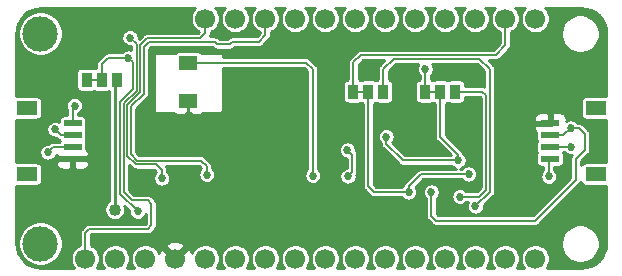
<source format=gbl>
G04 #@! TF.GenerationSoftware,KiCad,Pcbnew,(5.1.6-0-10_14)*
G04 #@! TF.CreationDate,2020-07-31T12:54:26-07:00*
G04 #@! TF.ProjectId,Stemma_Host_FeatherWing,5374656d-6d61-45f4-986f-73745f466561,v03*
G04 #@! TF.SameCoordinates,Original*
G04 #@! TF.FileFunction,Copper,L2,Bot*
G04 #@! TF.FilePolarity,Positive*
%FSLAX46Y46*%
G04 Gerber Fmt 4.6, Leading zero omitted, Abs format (unit mm)*
G04 Created by KiCad (PCBNEW (5.1.6-0-10_14)) date 2020-07-31 12:54:26*
%MOMM*%
%LPD*%
G01*
G04 APERTURE LIST*
G04 #@! TA.AperFunction,SMDPad,CuDef*
%ADD10R,1.800000X1.200000*%
G04 #@! TD*
G04 #@! TA.AperFunction,SMDPad,CuDef*
%ADD11R,1.550000X0.600000*%
G04 #@! TD*
G04 #@! TA.AperFunction,SMDPad,CuDef*
%ADD12R,0.970000X1.270000*%
G04 #@! TD*
G04 #@! TA.AperFunction,ComponentPad*
%ADD13C,1.700000*%
G04 #@! TD*
G04 #@! TA.AperFunction,ComponentPad*
%ADD14C,3.000000*%
G04 #@! TD*
G04 #@! TA.AperFunction,SMDPad,CuDef*
%ADD15R,1.600000X1.200000*%
G04 #@! TD*
G04 #@! TA.AperFunction,ViaPad*
%ADD16C,0.685800*%
G04 #@! TD*
G04 #@! TA.AperFunction,ViaPad*
%ADD17C,1.016000*%
G04 #@! TD*
G04 #@! TA.AperFunction,Conductor*
%ADD18C,0.254000*%
G04 #@! TD*
G04 #@! TA.AperFunction,Conductor*
%ADD19C,0.152400*%
G04 #@! TD*
G04 APERTURE END LIST*
D10*
X108762500Y-92450000D03*
X108762500Y-98050000D03*
D11*
X112637500Y-93750000D03*
X112637500Y-94750000D03*
X112637500Y-95750000D03*
X112637500Y-96750000D03*
D10*
X156937500Y-98050000D03*
X156937500Y-92450000D03*
D11*
X153062500Y-96750000D03*
X153062500Y-95750000D03*
X153062500Y-94750000D03*
X153062500Y-93750000D03*
D12*
X136398000Y-91059000D03*
X137668000Y-91059000D03*
X138938000Y-91059000D03*
X145034000Y-91059000D03*
X143764000Y-91059000D03*
X142494000Y-91059000D03*
D13*
X113715001Y-105206001D03*
X116255001Y-105206001D03*
X118795001Y-105206001D03*
X121335001Y-105206001D03*
X123875001Y-105206001D03*
X126415001Y-105206001D03*
X128955001Y-105206001D03*
X131495001Y-105206001D03*
X134035001Y-105206001D03*
X136575001Y-105206001D03*
X139115001Y-105206001D03*
X141655001Y-105206001D03*
X144195001Y-105206001D03*
X146735001Y-105206001D03*
X149275001Y-105206001D03*
X151815001Y-105206001D03*
X123875001Y-84886001D03*
X126415001Y-84886001D03*
X128955001Y-84886001D03*
X131495001Y-84886001D03*
X134035001Y-84886001D03*
X136575001Y-84886001D03*
X139115001Y-84886001D03*
X141655001Y-84886001D03*
X144195001Y-84886001D03*
X146735001Y-84886001D03*
X149275001Y-84886001D03*
X151815001Y-84886001D03*
D14*
X109905001Y-103936001D03*
X109905001Y-86156001D03*
D15*
X122428000Y-91824000D03*
X122428000Y-88624000D03*
D12*
X116370000Y-90050000D03*
X115100000Y-90050000D03*
X113830000Y-90050000D03*
D16*
X147955000Y-102870000D03*
X150622000Y-102870000D03*
X140843000Y-92964000D03*
X146400000Y-89550000D03*
X150622000Y-86868000D03*
X113030000Y-85590000D03*
X112400000Y-103700000D03*
X153289000Y-87884000D03*
X153289000Y-102870000D03*
X121666000Y-85590000D03*
X127900000Y-97800000D03*
X146550000Y-96550000D03*
X137600000Y-89000000D03*
X125150000Y-86100000D03*
X141097000Y-99568000D03*
X146177000Y-98044000D03*
X139192000Y-94869000D03*
X145269000Y-96882000D03*
X142494000Y-89154000D03*
D17*
X116200000Y-101050000D03*
D16*
X135890000Y-96012000D03*
X135951000Y-98232000D03*
X112800000Y-92250000D03*
X152950000Y-98250000D03*
X111150000Y-94250000D03*
X154850000Y-95750000D03*
X143002000Y-99568000D03*
X118150000Y-101200000D03*
X117350000Y-88200000D03*
X110550000Y-96200000D03*
X154800000Y-94150000D03*
X132969000Y-98171000D03*
X146748501Y-100774499D03*
X145415000Y-99949000D03*
X120200000Y-98400000D03*
X123995190Y-98095190D03*
X117495190Y-86500000D03*
D18*
X122428000Y-91824000D02*
X122428000Y-92928000D01*
D19*
X145692067Y-98044000D02*
X146177000Y-98044000D01*
X142136067Y-98044000D02*
X145692067Y-98044000D01*
X141097000Y-99083067D02*
X142136067Y-98044000D01*
X141097000Y-99568000D02*
X141097000Y-99083067D01*
X141097000Y-99568000D02*
X138176000Y-99568000D01*
X137668000Y-99060000D02*
X137668000Y-91059000D01*
X138176000Y-99568000D02*
X137668000Y-99060000D01*
X136398000Y-91059000D02*
X137668000Y-91059000D01*
X149275001Y-87145379D02*
X149275001Y-84886001D01*
X148460190Y-87960190D02*
X149275001Y-87145379D01*
X137039810Y-87960190D02*
X148460190Y-87960190D01*
X136398000Y-88602000D02*
X137039810Y-87960190D01*
X136398000Y-91059000D02*
X136398000Y-88602000D01*
X139192000Y-95504000D02*
X139192000Y-94869000D01*
X140570000Y-96882000D02*
X139192000Y-95504000D01*
X145269000Y-96882000D02*
X140570000Y-96882000D01*
X143764000Y-91846400D02*
X143764000Y-91059000D01*
X143764000Y-94892067D02*
X143764000Y-91846400D01*
X145269000Y-96397067D02*
X143764000Y-94892067D01*
X145269000Y-96882000D02*
X145269000Y-96397067D01*
X142494000Y-91059000D02*
X142494000Y-90271600D01*
X142494000Y-90271600D02*
X142494000Y-89154000D01*
X142494000Y-89154000D02*
X142494000Y-89154000D01*
X142494000Y-91059000D02*
X143764000Y-91059000D01*
X116790000Y-89530000D02*
X116770000Y-89550000D01*
D18*
X116200000Y-90220000D02*
X116370000Y-90050000D01*
X116200000Y-101050000D02*
X116200000Y-90220000D01*
D19*
X136232899Y-96354899D02*
X135890000Y-96012000D01*
X136293899Y-96415899D02*
X136232899Y-96354899D01*
X136293899Y-97889101D02*
X136293899Y-96415899D01*
X135951000Y-98232000D02*
X136293899Y-97889101D01*
X112637500Y-92412500D02*
X112800000Y-92250000D01*
X112637500Y-93750000D02*
X112637500Y-92412500D01*
X152950000Y-96862500D02*
X153062500Y-96750000D01*
X152950000Y-98250000D02*
X152950000Y-96862500D01*
X111650000Y-94750000D02*
X111150000Y-94250000D01*
X112637500Y-94750000D02*
X111650000Y-94750000D01*
X153062500Y-95750000D02*
X154850000Y-95750000D01*
X154850000Y-95750000D02*
X154850000Y-95750000D01*
X112587500Y-95800000D02*
X112637500Y-95750000D01*
X115100000Y-90050000D02*
X113830000Y-90050000D01*
X115100000Y-90050000D02*
X115100000Y-88750000D01*
X115650000Y-88200000D02*
X117350000Y-88200000D01*
X115100000Y-88750000D02*
X115650000Y-88200000D01*
X117750000Y-88600000D02*
X117350000Y-88200000D01*
X117750000Y-90850000D02*
X117750000Y-88600000D01*
X116657210Y-99707210D02*
X116657210Y-91942790D01*
X116657210Y-91942790D02*
X117750000Y-90850000D01*
X118150000Y-101200000D02*
X116657210Y-99707210D01*
X111000000Y-95750000D02*
X110550000Y-96200000D01*
X112637500Y-95750000D02*
X111000000Y-95750000D01*
X154200000Y-94750000D02*
X154800000Y-94150000D01*
X153062500Y-94750000D02*
X154200000Y-94750000D01*
X155225961Y-98525961D02*
X155200000Y-98600000D01*
X155225961Y-96774039D02*
X155225961Y-98525961D01*
X155500000Y-94150000D02*
X156000000Y-94650000D01*
X143002000Y-101602000D02*
X143002000Y-99568000D01*
X143400000Y-102000000D02*
X143002000Y-101602000D01*
X156000000Y-96000000D02*
X155225961Y-96774039D01*
X155200000Y-98600000D02*
X151800000Y-102000000D01*
X156000000Y-94650000D02*
X156000000Y-96000000D01*
X151800000Y-102000000D02*
X143400000Y-102000000D01*
X154800000Y-94150000D02*
X155500000Y-94150000D01*
X132439000Y-88624000D02*
X122428000Y-88624000D01*
X132969000Y-98171000D02*
X132969000Y-89154000D01*
X132969000Y-89154000D02*
X132439000Y-88624000D01*
X146748501Y-100774499D02*
X146748501Y-100774499D01*
X138938000Y-89154000D02*
X138938000Y-91059000D01*
X139827000Y-88265000D02*
X138938000Y-89154000D01*
X147066000Y-88265000D02*
X139827000Y-88265000D01*
X147955000Y-89154000D02*
X147066000Y-88265000D01*
X147955000Y-99568000D02*
X147955000Y-89154000D01*
X146748501Y-100774499D02*
X147955000Y-99568000D01*
X145034000Y-91059000D02*
X145671400Y-91059000D01*
X147320000Y-91059000D02*
X147650190Y-91389190D01*
X145671400Y-91059000D02*
X147320000Y-91059000D01*
X147650190Y-91389190D02*
X147650190Y-99314000D01*
X147650190Y-99314000D02*
X147650190Y-99364810D01*
X147650190Y-99364810D02*
X147066000Y-99949000D01*
X147066000Y-99949000D02*
X145415000Y-99949000D01*
X145415000Y-99949000D02*
X145415000Y-99949000D01*
X120200000Y-98400000D02*
X120200000Y-98400000D01*
X123450000Y-86550000D02*
X123875001Y-86124999D01*
X123875001Y-86124999D02*
X123875001Y-84886001D01*
X118359620Y-87140380D02*
X118950000Y-86550000D01*
X118359620Y-91102512D02*
X118359620Y-87140380D01*
X117266830Y-92195302D02*
X118359620Y-91102512D01*
X117266830Y-96497896D02*
X117266830Y-92195302D01*
X117973743Y-97204809D02*
X117266830Y-96497896D01*
X118950000Y-86550000D02*
X123450000Y-86550000D01*
X119704810Y-97204810D02*
X117973743Y-97204809D01*
X120200000Y-97700000D02*
X119704810Y-97204810D01*
X120200000Y-98400000D02*
X120200000Y-97700000D01*
X123995190Y-98095190D02*
X123995190Y-98095190D01*
X128955001Y-86294999D02*
X128955001Y-84886001D01*
X128400000Y-86850000D02*
X128955001Y-86294999D01*
X126150000Y-86850000D02*
X128400000Y-86850000D01*
X125926899Y-87073101D02*
X126150000Y-86850000D01*
X124876911Y-87073101D02*
X125926899Y-87073101D01*
X117571640Y-92321558D02*
X118664429Y-91228769D01*
X119076256Y-86854810D02*
X124658620Y-86854810D01*
X118664429Y-91228769D02*
X118664429Y-87266637D01*
X124658620Y-86854810D02*
X124876911Y-87073101D01*
X117571640Y-96371640D02*
X117571640Y-92321558D01*
X118664429Y-87266637D02*
X119076256Y-86854810D01*
X118100000Y-96900000D02*
X117571640Y-96371640D01*
X123500000Y-96900000D02*
X118100000Y-96900000D01*
X123995190Y-97395190D02*
X123500000Y-96900000D01*
X123995190Y-98095190D02*
X123995190Y-97395190D01*
X117495190Y-86500000D02*
X117495190Y-86495190D01*
X113715001Y-103000000D02*
X114015001Y-102700000D01*
X113715001Y-105206001D02*
X113715001Y-103000000D01*
X114015001Y-102700000D02*
X119000000Y-102700000D01*
X119000000Y-102700000D02*
X119300000Y-102400000D01*
X119300000Y-102400000D02*
X119300000Y-100550000D01*
X119300000Y-100550000D02*
X119000000Y-100250000D01*
X119000000Y-100250000D02*
X117631066Y-100250000D01*
X117631066Y-100250000D02*
X116962020Y-99580954D01*
X116962020Y-99580954D02*
X116962020Y-92069046D01*
X118054810Y-87059620D02*
X117495190Y-86500000D01*
X118054810Y-90976256D02*
X118054810Y-87059620D01*
X116962020Y-92069046D02*
X118054810Y-90976256D01*
D18*
G36*
X130538821Y-84101284D02*
G01*
X130404103Y-84302904D01*
X130311308Y-84526932D01*
X130264001Y-84764758D01*
X130264001Y-85007244D01*
X130311308Y-85245070D01*
X130404103Y-85469098D01*
X130538821Y-85670718D01*
X130710284Y-85842181D01*
X130911904Y-85976899D01*
X131135932Y-86069694D01*
X131373758Y-86117001D01*
X131616244Y-86117001D01*
X131854070Y-86069694D01*
X132078098Y-85976899D01*
X132279718Y-85842181D01*
X132451181Y-85670718D01*
X132585899Y-85469098D01*
X132678694Y-85245070D01*
X132726001Y-85007244D01*
X132726001Y-84764758D01*
X132678694Y-84526932D01*
X132585899Y-84302904D01*
X132451181Y-84101284D01*
X132346897Y-83997000D01*
X133183105Y-83997000D01*
X133078821Y-84101284D01*
X132944103Y-84302904D01*
X132851308Y-84526932D01*
X132804001Y-84764758D01*
X132804001Y-85007244D01*
X132851308Y-85245070D01*
X132944103Y-85469098D01*
X133078821Y-85670718D01*
X133250284Y-85842181D01*
X133451904Y-85976899D01*
X133675932Y-86069694D01*
X133913758Y-86117001D01*
X134156244Y-86117001D01*
X134394070Y-86069694D01*
X134618098Y-85976899D01*
X134819718Y-85842181D01*
X134991181Y-85670718D01*
X135125899Y-85469098D01*
X135218694Y-85245070D01*
X135266001Y-85007244D01*
X135266001Y-84764758D01*
X135218694Y-84526932D01*
X135125899Y-84302904D01*
X134991181Y-84101284D01*
X134886897Y-83997000D01*
X135723105Y-83997000D01*
X135618821Y-84101284D01*
X135484103Y-84302904D01*
X135391308Y-84526932D01*
X135344001Y-84764758D01*
X135344001Y-85007244D01*
X135391308Y-85245070D01*
X135484103Y-85469098D01*
X135618821Y-85670718D01*
X135790284Y-85842181D01*
X135991904Y-85976899D01*
X136215932Y-86069694D01*
X136453758Y-86117001D01*
X136696244Y-86117001D01*
X136934070Y-86069694D01*
X137158098Y-85976899D01*
X137359718Y-85842181D01*
X137531181Y-85670718D01*
X137665899Y-85469098D01*
X137758694Y-85245070D01*
X137806001Y-85007244D01*
X137806001Y-84764758D01*
X137758694Y-84526932D01*
X137665899Y-84302904D01*
X137531181Y-84101284D01*
X137426897Y-83997000D01*
X138263105Y-83997000D01*
X138158821Y-84101284D01*
X138024103Y-84302904D01*
X137931308Y-84526932D01*
X137884001Y-84764758D01*
X137884001Y-85007244D01*
X137931308Y-85245070D01*
X138024103Y-85469098D01*
X138158821Y-85670718D01*
X138330284Y-85842181D01*
X138531904Y-85976899D01*
X138755932Y-86069694D01*
X138993758Y-86117001D01*
X139236244Y-86117001D01*
X139474070Y-86069694D01*
X139698098Y-85976899D01*
X139899718Y-85842181D01*
X140071181Y-85670718D01*
X140205899Y-85469098D01*
X140298694Y-85245070D01*
X140346001Y-85007244D01*
X140346001Y-84764758D01*
X140298694Y-84526932D01*
X140205899Y-84302904D01*
X140071181Y-84101284D01*
X139966897Y-83997000D01*
X140803105Y-83997000D01*
X140698821Y-84101284D01*
X140564103Y-84302904D01*
X140471308Y-84526932D01*
X140424001Y-84764758D01*
X140424001Y-85007244D01*
X140471308Y-85245070D01*
X140564103Y-85469098D01*
X140698821Y-85670718D01*
X140870284Y-85842181D01*
X141071904Y-85976899D01*
X141295932Y-86069694D01*
X141533758Y-86117001D01*
X141776244Y-86117001D01*
X142014070Y-86069694D01*
X142238098Y-85976899D01*
X142439718Y-85842181D01*
X142611181Y-85670718D01*
X142745899Y-85469098D01*
X142838694Y-85245070D01*
X142886001Y-85007244D01*
X142886001Y-84764758D01*
X142838694Y-84526932D01*
X142745899Y-84302904D01*
X142611181Y-84101284D01*
X142506897Y-83997000D01*
X143343105Y-83997000D01*
X143238821Y-84101284D01*
X143104103Y-84302904D01*
X143011308Y-84526932D01*
X142964001Y-84764758D01*
X142964001Y-85007244D01*
X143011308Y-85245070D01*
X143104103Y-85469098D01*
X143238821Y-85670718D01*
X143410284Y-85842181D01*
X143611904Y-85976899D01*
X143835932Y-86069694D01*
X144073758Y-86117001D01*
X144316244Y-86117001D01*
X144554070Y-86069694D01*
X144778098Y-85976899D01*
X144979718Y-85842181D01*
X145151181Y-85670718D01*
X145285899Y-85469098D01*
X145378694Y-85245070D01*
X145426001Y-85007244D01*
X145426001Y-84764758D01*
X145378694Y-84526932D01*
X145285899Y-84302904D01*
X145151181Y-84101284D01*
X145046897Y-83997000D01*
X145883105Y-83997000D01*
X145778821Y-84101284D01*
X145644103Y-84302904D01*
X145551308Y-84526932D01*
X145504001Y-84764758D01*
X145504001Y-85007244D01*
X145551308Y-85245070D01*
X145644103Y-85469098D01*
X145778821Y-85670718D01*
X145950284Y-85842181D01*
X146151904Y-85976899D01*
X146375932Y-86069694D01*
X146613758Y-86117001D01*
X146856244Y-86117001D01*
X147094070Y-86069694D01*
X147318098Y-85976899D01*
X147519718Y-85842181D01*
X147691181Y-85670718D01*
X147825899Y-85469098D01*
X147918694Y-85245070D01*
X147966001Y-85007244D01*
X147966001Y-84764758D01*
X147918694Y-84526932D01*
X147825899Y-84302904D01*
X147691181Y-84101284D01*
X147586897Y-83997000D01*
X148423105Y-83997000D01*
X148318821Y-84101284D01*
X148184103Y-84302904D01*
X148091308Y-84526932D01*
X148044001Y-84764758D01*
X148044001Y-85007244D01*
X148091308Y-85245070D01*
X148184103Y-85469098D01*
X148318821Y-85670718D01*
X148490284Y-85842181D01*
X148691904Y-85976899D01*
X148817801Y-86029047D01*
X148817801Y-86956000D01*
X148270813Y-87502990D01*
X137062259Y-87502990D01*
X137039809Y-87500779D01*
X137017359Y-87502990D01*
X137017350Y-87502990D01*
X136950183Y-87509605D01*
X136864001Y-87535749D01*
X136827027Y-87555512D01*
X136784573Y-87578203D01*
X136750939Y-87605807D01*
X136714957Y-87635337D01*
X136700640Y-87652782D01*
X136090592Y-88262831D01*
X136073148Y-88277147D01*
X136058831Y-88294592D01*
X136058830Y-88294593D01*
X136016013Y-88346765D01*
X136011811Y-88354627D01*
X135973560Y-88426191D01*
X135947416Y-88512373D01*
X135941503Y-88572408D01*
X135938589Y-88602000D01*
X135940801Y-88624460D01*
X135940800Y-90041157D01*
X135913000Y-90041157D01*
X135838311Y-90048513D01*
X135766492Y-90070299D01*
X135700304Y-90105678D01*
X135642289Y-90153289D01*
X135594678Y-90211304D01*
X135559299Y-90277492D01*
X135537513Y-90349311D01*
X135530157Y-90424000D01*
X135530157Y-91694000D01*
X135537513Y-91768689D01*
X135559299Y-91840508D01*
X135594678Y-91906696D01*
X135642289Y-91964711D01*
X135700304Y-92012322D01*
X135766492Y-92047701D01*
X135838311Y-92069487D01*
X135913000Y-92076843D01*
X136883000Y-92076843D01*
X136957689Y-92069487D01*
X137029508Y-92047701D01*
X137033000Y-92045834D01*
X137036492Y-92047701D01*
X137108311Y-92069487D01*
X137183000Y-92076843D01*
X137210801Y-92076843D01*
X137210800Y-99037550D01*
X137208589Y-99060000D01*
X137210800Y-99082450D01*
X137210800Y-99082459D01*
X137217415Y-99149626D01*
X137243559Y-99235808D01*
X137286013Y-99315235D01*
X137343147Y-99384853D01*
X137360597Y-99399174D01*
X137836830Y-99875408D01*
X137851147Y-99892853D01*
X137868592Y-99907170D01*
X137920763Y-99949987D01*
X137963217Y-99972678D01*
X138000191Y-99992441D01*
X138086373Y-100018585D01*
X138153540Y-100025200D01*
X138153549Y-100025200D01*
X138175999Y-100027411D01*
X138198449Y-100025200D01*
X140531864Y-100025200D01*
X140534710Y-100029460D01*
X140635540Y-100130290D01*
X140754105Y-100209512D01*
X140885846Y-100264081D01*
X141025702Y-100291900D01*
X141168298Y-100291900D01*
X141308154Y-100264081D01*
X141439895Y-100209512D01*
X141558460Y-100130290D01*
X141659290Y-100029460D01*
X141738512Y-99910895D01*
X141793081Y-99779154D01*
X141820900Y-99639298D01*
X141820900Y-99496702D01*
X141793081Y-99356846D01*
X141738512Y-99225105D01*
X141683649Y-99142996D01*
X142325446Y-98501200D01*
X145611864Y-98501200D01*
X145614710Y-98505460D01*
X145715540Y-98606290D01*
X145834105Y-98685512D01*
X145965846Y-98740081D01*
X146105702Y-98767900D01*
X146248298Y-98767900D01*
X146388154Y-98740081D01*
X146519895Y-98685512D01*
X146638460Y-98606290D01*
X146739290Y-98505460D01*
X146818512Y-98386895D01*
X146873081Y-98255154D01*
X146900900Y-98115298D01*
X146900900Y-97972702D01*
X146873081Y-97832846D01*
X146818512Y-97701105D01*
X146739290Y-97582540D01*
X146638460Y-97481710D01*
X146519895Y-97402488D01*
X146388154Y-97347919D01*
X146248298Y-97320100D01*
X146105702Y-97320100D01*
X145965846Y-97347919D01*
X145834105Y-97402488D01*
X145715540Y-97481710D01*
X145614710Y-97582540D01*
X145611864Y-97586800D01*
X145436320Y-97586800D01*
X145480154Y-97578081D01*
X145611895Y-97523512D01*
X145730460Y-97444290D01*
X145831290Y-97343460D01*
X145910512Y-97224895D01*
X145965081Y-97093154D01*
X145992900Y-96953298D01*
X145992900Y-96810702D01*
X145965081Y-96670846D01*
X145910512Y-96539105D01*
X145831290Y-96420540D01*
X145730460Y-96319710D01*
X145720112Y-96312796D01*
X145719585Y-96307440D01*
X145693441Y-96221258D01*
X145667670Y-96173043D01*
X145650987Y-96141830D01*
X145608170Y-96089659D01*
X145593853Y-96072214D01*
X145576408Y-96057897D01*
X144221200Y-94702690D01*
X144221200Y-92076843D01*
X144249000Y-92076843D01*
X144323689Y-92069487D01*
X144395508Y-92047701D01*
X144399000Y-92045834D01*
X144402492Y-92047701D01*
X144474311Y-92069487D01*
X144549000Y-92076843D01*
X145519000Y-92076843D01*
X145593689Y-92069487D01*
X145665508Y-92047701D01*
X145731696Y-92012322D01*
X145789711Y-91964711D01*
X145837322Y-91906696D01*
X145872701Y-91840508D01*
X145894487Y-91768689D01*
X145901843Y-91694000D01*
X145901843Y-91516200D01*
X147130623Y-91516200D01*
X147192990Y-91578568D01*
X147192991Y-99175431D01*
X146876623Y-99491800D01*
X145980136Y-99491800D01*
X145977290Y-99487540D01*
X145876460Y-99386710D01*
X145757895Y-99307488D01*
X145626154Y-99252919D01*
X145486298Y-99225100D01*
X145343702Y-99225100D01*
X145203846Y-99252919D01*
X145072105Y-99307488D01*
X144953540Y-99386710D01*
X144852710Y-99487540D01*
X144773488Y-99606105D01*
X144718919Y-99737846D01*
X144691100Y-99877702D01*
X144691100Y-100020298D01*
X144718919Y-100160154D01*
X144773488Y-100291895D01*
X144852710Y-100410460D01*
X144953540Y-100511290D01*
X145072105Y-100590512D01*
X145203846Y-100645081D01*
X145343702Y-100672900D01*
X145486298Y-100672900D01*
X145626154Y-100645081D01*
X145757895Y-100590512D01*
X145876460Y-100511290D01*
X145977290Y-100410460D01*
X145980136Y-100406200D01*
X146123963Y-100406200D01*
X146106989Y-100431604D01*
X146052420Y-100563345D01*
X146024601Y-100703201D01*
X146024601Y-100845797D01*
X146052420Y-100985653D01*
X146106989Y-101117394D01*
X146186211Y-101235959D01*
X146287041Y-101336789D01*
X146405606Y-101416011D01*
X146537347Y-101470580D01*
X146677203Y-101498399D01*
X146819799Y-101498399D01*
X146959655Y-101470580D01*
X147091396Y-101416011D01*
X147209961Y-101336789D01*
X147310791Y-101235959D01*
X147390013Y-101117394D01*
X147444582Y-100985653D01*
X147472401Y-100845797D01*
X147472401Y-100703201D01*
X147471401Y-100698176D01*
X148262409Y-99907169D01*
X148279853Y-99892853D01*
X148326357Y-99836189D01*
X148336987Y-99823237D01*
X148372517Y-99756763D01*
X148379441Y-99743809D01*
X148405585Y-99657627D01*
X148412200Y-99590460D01*
X148412200Y-99590451D01*
X148414411Y-99568001D01*
X148412200Y-99545551D01*
X148412200Y-93450000D01*
X151649428Y-93450000D01*
X151652500Y-93464250D01*
X151811250Y-93623000D01*
X152935500Y-93623000D01*
X152935500Y-92973750D01*
X152776750Y-92815000D01*
X152287500Y-92811928D01*
X152163018Y-92824188D01*
X152043320Y-92860498D01*
X151933006Y-92919463D01*
X151836315Y-92998815D01*
X151756963Y-93095506D01*
X151697998Y-93205820D01*
X151661688Y-93325518D01*
X151649428Y-93450000D01*
X148412200Y-93450000D01*
X148412200Y-89176450D01*
X148414411Y-89154000D01*
X148412200Y-89131550D01*
X148412200Y-89131540D01*
X148405585Y-89064373D01*
X148379441Y-88978191D01*
X148336987Y-88898764D01*
X148279853Y-88829147D01*
X148262408Y-88814830D01*
X147864968Y-88417390D01*
X148437740Y-88417390D01*
X148460190Y-88419601D01*
X148482640Y-88417390D01*
X148482650Y-88417390D01*
X148549817Y-88410775D01*
X148635999Y-88384631D01*
X148715426Y-88342177D01*
X148785043Y-88285043D01*
X148799364Y-88267593D01*
X149582416Y-87484543D01*
X149599854Y-87470232D01*
X149614166Y-87452793D01*
X149614172Y-87452787D01*
X149656988Y-87400615D01*
X149699442Y-87321189D01*
X149715990Y-87266637D01*
X149725586Y-87235006D01*
X149732201Y-87167839D01*
X149732201Y-87167829D01*
X149734412Y-87145379D01*
X149732201Y-87122929D01*
X149732201Y-86029047D01*
X149858098Y-85976899D01*
X150059718Y-85842181D01*
X150231181Y-85670718D01*
X150365899Y-85469098D01*
X150458694Y-85245070D01*
X150506001Y-85007244D01*
X150506001Y-84764758D01*
X150458694Y-84526932D01*
X150365899Y-84302904D01*
X150231181Y-84101284D01*
X150126897Y-83997000D01*
X150963105Y-83997000D01*
X150858821Y-84101284D01*
X150724103Y-84302904D01*
X150631308Y-84526932D01*
X150584001Y-84764758D01*
X150584001Y-85007244D01*
X150631308Y-85245070D01*
X150724103Y-85469098D01*
X150858821Y-85670718D01*
X151030284Y-85842181D01*
X151231904Y-85976899D01*
X151455932Y-86069694D01*
X151693758Y-86117001D01*
X151936244Y-86117001D01*
X152174070Y-86069694D01*
X152353526Y-85995361D01*
X153994001Y-85995361D01*
X153994001Y-86316641D01*
X154056679Y-86631746D01*
X154179627Y-86928569D01*
X154358120Y-87195703D01*
X154585299Y-87422882D01*
X154852433Y-87601375D01*
X155149256Y-87724323D01*
X155464361Y-87787001D01*
X155785641Y-87787001D01*
X156100746Y-87724323D01*
X156397569Y-87601375D01*
X156664703Y-87422882D01*
X156891882Y-87195703D01*
X157070375Y-86928569D01*
X157193323Y-86631746D01*
X157256001Y-86316641D01*
X157256001Y-85995361D01*
X157193323Y-85680256D01*
X157070375Y-85383433D01*
X156891882Y-85116299D01*
X156664703Y-84889120D01*
X156397569Y-84710627D01*
X156100746Y-84587679D01*
X155785641Y-84525001D01*
X155464361Y-84525001D01*
X155149256Y-84587679D01*
X154852433Y-84710627D01*
X154585299Y-84889120D01*
X154358120Y-85116299D01*
X154179627Y-85383433D01*
X154056679Y-85680256D01*
X153994001Y-85995361D01*
X152353526Y-85995361D01*
X152398098Y-85976899D01*
X152599718Y-85842181D01*
X152771181Y-85670718D01*
X152905899Y-85469098D01*
X152998694Y-85245070D01*
X153046001Y-85007244D01*
X153046001Y-84764758D01*
X152998694Y-84526932D01*
X152905899Y-84302904D01*
X152771181Y-84101284D01*
X152666897Y-83997000D01*
X155680921Y-83997000D01*
X156111238Y-84039193D01*
X156504893Y-84158044D01*
X156867957Y-84351089D01*
X157186615Y-84610979D01*
X157448728Y-84927820D01*
X157644303Y-85289528D01*
X157765899Y-85682343D01*
X157811001Y-86111456D01*
X157811001Y-91467157D01*
X156037500Y-91467157D01*
X155962811Y-91474513D01*
X155890992Y-91496299D01*
X155824804Y-91531678D01*
X155766789Y-91579289D01*
X155719178Y-91637304D01*
X155683799Y-91703492D01*
X155662013Y-91775311D01*
X155654657Y-91850000D01*
X155654657Y-93050000D01*
X155662013Y-93124689D01*
X155683799Y-93196508D01*
X155719178Y-93262696D01*
X155766789Y-93320711D01*
X155824804Y-93368322D01*
X155890992Y-93403701D01*
X155962811Y-93425487D01*
X156037500Y-93432843D01*
X157811001Y-93432843D01*
X157811000Y-97067157D01*
X156037500Y-97067157D01*
X155962811Y-97074513D01*
X155890992Y-97096299D01*
X155824804Y-97131678D01*
X155766789Y-97179289D01*
X155719178Y-97237304D01*
X155683799Y-97303492D01*
X155683161Y-97305595D01*
X155683161Y-96963416D01*
X156307408Y-96339170D01*
X156324853Y-96324853D01*
X156352973Y-96290589D01*
X156381987Y-96255237D01*
X156419037Y-96185919D01*
X156424441Y-96175809D01*
X156450585Y-96089627D01*
X156457200Y-96022460D01*
X156457200Y-96022451D01*
X156459411Y-96000001D01*
X156457200Y-95977551D01*
X156457200Y-94672450D01*
X156459411Y-94650000D01*
X156457200Y-94627550D01*
X156457200Y-94627540D01*
X156450585Y-94560373D01*
X156424642Y-94474853D01*
X156424441Y-94474190D01*
X156381987Y-94394764D01*
X156339170Y-94342592D01*
X156324853Y-94325147D01*
X156307409Y-94310831D01*
X155839174Y-93842597D01*
X155824853Y-93825147D01*
X155755236Y-93768013D01*
X155675809Y-93725559D01*
X155589627Y-93699415D01*
X155522460Y-93692800D01*
X155522450Y-93692800D01*
X155500000Y-93690589D01*
X155477550Y-93692800D01*
X155365136Y-93692800D01*
X155362290Y-93688540D01*
X155261460Y-93587710D01*
X155142895Y-93508488D01*
X155011154Y-93453919D01*
X154871298Y-93426100D01*
X154728702Y-93426100D01*
X154588846Y-93453919D01*
X154457105Y-93508488D01*
X154370183Y-93566567D01*
X154472500Y-93464250D01*
X154475572Y-93450000D01*
X154463312Y-93325518D01*
X154427002Y-93205820D01*
X154368037Y-93095506D01*
X154288685Y-92998815D01*
X154191994Y-92919463D01*
X154081680Y-92860498D01*
X153961982Y-92824188D01*
X153837500Y-92811928D01*
X153348250Y-92815000D01*
X153189500Y-92973750D01*
X153189500Y-93623000D01*
X153209500Y-93623000D01*
X153209500Y-93877000D01*
X153189500Y-93877000D01*
X153189500Y-93897000D01*
X152935500Y-93897000D01*
X152935500Y-93877000D01*
X151811250Y-93877000D01*
X151652500Y-94035750D01*
X151649428Y-94050000D01*
X151661688Y-94174482D01*
X151697998Y-94294180D01*
X151756963Y-94404494D01*
X151836315Y-94501185D01*
X151904657Y-94557272D01*
X151904657Y-95050000D01*
X151912013Y-95124689D01*
X151933799Y-95196508D01*
X151962392Y-95250000D01*
X151933799Y-95303492D01*
X151912013Y-95375311D01*
X151904657Y-95450000D01*
X151904657Y-96050000D01*
X151912013Y-96124689D01*
X151933799Y-96196508D01*
X151962392Y-96250000D01*
X151933799Y-96303492D01*
X151912013Y-96375311D01*
X151904657Y-96450000D01*
X151904657Y-97050000D01*
X151912013Y-97124689D01*
X151933799Y-97196508D01*
X151969178Y-97262696D01*
X152016789Y-97320711D01*
X152074804Y-97368322D01*
X152140992Y-97403701D01*
X152212811Y-97425487D01*
X152287500Y-97432843D01*
X152492801Y-97432843D01*
X152492800Y-97684863D01*
X152488540Y-97687710D01*
X152387710Y-97788540D01*
X152308488Y-97907105D01*
X152253919Y-98038846D01*
X152226100Y-98178702D01*
X152226100Y-98321298D01*
X152253919Y-98461154D01*
X152308488Y-98592895D01*
X152387710Y-98711460D01*
X152488540Y-98812290D01*
X152607105Y-98891512D01*
X152738846Y-98946081D01*
X152878702Y-98973900D01*
X153021298Y-98973900D01*
X153161154Y-98946081D01*
X153292895Y-98891512D01*
X153411460Y-98812290D01*
X153512290Y-98711460D01*
X153591512Y-98592895D01*
X153646081Y-98461154D01*
X153673900Y-98321298D01*
X153673900Y-98178702D01*
X153646081Y-98038846D01*
X153591512Y-97907105D01*
X153512290Y-97788540D01*
X153411460Y-97687710D01*
X153407200Y-97684864D01*
X153407200Y-97432843D01*
X153837500Y-97432843D01*
X153912189Y-97425487D01*
X153984008Y-97403701D01*
X154050196Y-97368322D01*
X154108211Y-97320711D01*
X154155822Y-97262696D01*
X154191201Y-97196508D01*
X154212987Y-97124689D01*
X154220343Y-97050000D01*
X154220343Y-96450000D01*
X154212987Y-96375311D01*
X154191201Y-96303492D01*
X154162608Y-96250000D01*
X154185486Y-96207200D01*
X154284864Y-96207200D01*
X154287710Y-96211460D01*
X154388540Y-96312290D01*
X154507105Y-96391512D01*
X154638846Y-96446081D01*
X154778702Y-96473900D01*
X154880826Y-96473900D01*
X154843974Y-96518804D01*
X154801520Y-96598231D01*
X154775376Y-96684413D01*
X154768761Y-96751580D01*
X154768761Y-96751589D01*
X154766550Y-96774039D01*
X154768761Y-96796489D01*
X154768762Y-98384660D01*
X151610623Y-101542800D01*
X143589378Y-101542800D01*
X143459200Y-101412623D01*
X143459200Y-100133136D01*
X143463460Y-100130290D01*
X143564290Y-100029460D01*
X143643512Y-99910895D01*
X143698081Y-99779154D01*
X143725900Y-99639298D01*
X143725900Y-99496702D01*
X143698081Y-99356846D01*
X143643512Y-99225105D01*
X143564290Y-99106540D01*
X143463460Y-99005710D01*
X143344895Y-98926488D01*
X143213154Y-98871919D01*
X143073298Y-98844100D01*
X142930702Y-98844100D01*
X142790846Y-98871919D01*
X142659105Y-98926488D01*
X142540540Y-99005710D01*
X142439710Y-99106540D01*
X142360488Y-99225105D01*
X142305919Y-99356846D01*
X142278100Y-99496702D01*
X142278100Y-99639298D01*
X142305919Y-99779154D01*
X142360488Y-99910895D01*
X142439710Y-100029460D01*
X142540540Y-100130290D01*
X142544801Y-100133137D01*
X142544800Y-101579550D01*
X142542589Y-101602000D01*
X142544800Y-101624450D01*
X142544800Y-101624459D01*
X142551415Y-101691626D01*
X142577559Y-101777808D01*
X142620013Y-101857235D01*
X142677147Y-101926853D01*
X142694597Y-101941174D01*
X143060830Y-102307408D01*
X143075147Y-102324853D01*
X143144764Y-102381987D01*
X143224191Y-102424441D01*
X143310373Y-102450585D01*
X143377540Y-102457200D01*
X143377550Y-102457200D01*
X143400000Y-102459411D01*
X143422450Y-102457200D01*
X151777550Y-102457200D01*
X151800000Y-102459411D01*
X151822450Y-102457200D01*
X151822460Y-102457200D01*
X151889627Y-102450585D01*
X151975809Y-102424441D01*
X152055236Y-102381987D01*
X152124853Y-102324853D01*
X152139174Y-102307403D01*
X155516390Y-98930188D01*
X155542359Y-98906348D01*
X155561461Y-98880247D01*
X155581987Y-98855236D01*
X155588006Y-98843976D01*
X155595547Y-98833671D01*
X155609195Y-98804332D01*
X155624440Y-98775810D01*
X155634674Y-98742074D01*
X155645762Y-98710450D01*
X155650402Y-98701770D01*
X155657463Y-98678493D01*
X155662013Y-98724689D01*
X155683799Y-98796508D01*
X155719178Y-98862696D01*
X155766789Y-98920711D01*
X155824804Y-98968322D01*
X155890992Y-99003701D01*
X155962811Y-99025487D01*
X156037500Y-99032843D01*
X157811000Y-99032843D01*
X157811000Y-103864921D01*
X157768807Y-104295237D01*
X157649957Y-104688889D01*
X157456911Y-105051957D01*
X157197018Y-105370617D01*
X156880183Y-105632726D01*
X156518472Y-105828303D01*
X156125658Y-105949899D01*
X155696554Y-105995000D01*
X152766899Y-105995000D01*
X152771181Y-105990718D01*
X152905899Y-105789098D01*
X152998694Y-105565070D01*
X153046001Y-105327244D01*
X153046001Y-105084758D01*
X152998694Y-104846932D01*
X152905899Y-104622904D01*
X152771181Y-104421284D01*
X152599718Y-104249821D01*
X152398098Y-104115103D01*
X152174070Y-104022308D01*
X151936244Y-103975001D01*
X151693758Y-103975001D01*
X151455932Y-104022308D01*
X151231904Y-104115103D01*
X151030284Y-104249821D01*
X150858821Y-104421284D01*
X150724103Y-104622904D01*
X150631308Y-104846932D01*
X150584001Y-105084758D01*
X150584001Y-105327244D01*
X150631308Y-105565070D01*
X150724103Y-105789098D01*
X150858821Y-105990718D01*
X150863103Y-105995000D01*
X150226899Y-105995000D01*
X150231181Y-105990718D01*
X150365899Y-105789098D01*
X150458694Y-105565070D01*
X150506001Y-105327244D01*
X150506001Y-105084758D01*
X150458694Y-104846932D01*
X150365899Y-104622904D01*
X150231181Y-104421284D01*
X150059718Y-104249821D01*
X149858098Y-104115103D01*
X149634070Y-104022308D01*
X149396244Y-103975001D01*
X149153758Y-103975001D01*
X148915932Y-104022308D01*
X148691904Y-104115103D01*
X148490284Y-104249821D01*
X148318821Y-104421284D01*
X148184103Y-104622904D01*
X148091308Y-104846932D01*
X148044001Y-105084758D01*
X148044001Y-105327244D01*
X148091308Y-105565070D01*
X148184103Y-105789098D01*
X148318821Y-105990718D01*
X148323103Y-105995000D01*
X147686899Y-105995000D01*
X147691181Y-105990718D01*
X147825899Y-105789098D01*
X147918694Y-105565070D01*
X147966001Y-105327244D01*
X147966001Y-105084758D01*
X147918694Y-104846932D01*
X147825899Y-104622904D01*
X147691181Y-104421284D01*
X147519718Y-104249821D01*
X147318098Y-104115103D01*
X147094070Y-104022308D01*
X146856244Y-103975001D01*
X146613758Y-103975001D01*
X146375932Y-104022308D01*
X146151904Y-104115103D01*
X145950284Y-104249821D01*
X145778821Y-104421284D01*
X145644103Y-104622904D01*
X145551308Y-104846932D01*
X145504001Y-105084758D01*
X145504001Y-105327244D01*
X145551308Y-105565070D01*
X145644103Y-105789098D01*
X145778821Y-105990718D01*
X145783103Y-105995000D01*
X145146899Y-105995000D01*
X145151181Y-105990718D01*
X145285899Y-105789098D01*
X145378694Y-105565070D01*
X145426001Y-105327244D01*
X145426001Y-105084758D01*
X145378694Y-104846932D01*
X145285899Y-104622904D01*
X145151181Y-104421284D01*
X144979718Y-104249821D01*
X144778098Y-104115103D01*
X144554070Y-104022308D01*
X144316244Y-103975001D01*
X144073758Y-103975001D01*
X143835932Y-104022308D01*
X143611904Y-104115103D01*
X143410284Y-104249821D01*
X143238821Y-104421284D01*
X143104103Y-104622904D01*
X143011308Y-104846932D01*
X142964001Y-105084758D01*
X142964001Y-105327244D01*
X143011308Y-105565070D01*
X143104103Y-105789098D01*
X143238821Y-105990718D01*
X143243103Y-105995000D01*
X142606899Y-105995000D01*
X142611181Y-105990718D01*
X142745899Y-105789098D01*
X142838694Y-105565070D01*
X142886001Y-105327244D01*
X142886001Y-105084758D01*
X142838694Y-104846932D01*
X142745899Y-104622904D01*
X142611181Y-104421284D01*
X142439718Y-104249821D01*
X142238098Y-104115103D01*
X142014070Y-104022308D01*
X141776244Y-103975001D01*
X141533758Y-103975001D01*
X141295932Y-104022308D01*
X141071904Y-104115103D01*
X140870284Y-104249821D01*
X140698821Y-104421284D01*
X140564103Y-104622904D01*
X140471308Y-104846932D01*
X140424001Y-105084758D01*
X140424001Y-105327244D01*
X140471308Y-105565070D01*
X140564103Y-105789098D01*
X140698821Y-105990718D01*
X140703103Y-105995000D01*
X140066899Y-105995000D01*
X140071181Y-105990718D01*
X140205899Y-105789098D01*
X140298694Y-105565070D01*
X140346001Y-105327244D01*
X140346001Y-105084758D01*
X140298694Y-104846932D01*
X140205899Y-104622904D01*
X140071181Y-104421284D01*
X139899718Y-104249821D01*
X139698098Y-104115103D01*
X139474070Y-104022308D01*
X139236244Y-103975001D01*
X138993758Y-103975001D01*
X138755932Y-104022308D01*
X138531904Y-104115103D01*
X138330284Y-104249821D01*
X138158821Y-104421284D01*
X138024103Y-104622904D01*
X137931308Y-104846932D01*
X137884001Y-105084758D01*
X137884001Y-105327244D01*
X137931308Y-105565070D01*
X138024103Y-105789098D01*
X138158821Y-105990718D01*
X138163103Y-105995000D01*
X137526899Y-105995000D01*
X137531181Y-105990718D01*
X137665899Y-105789098D01*
X137758694Y-105565070D01*
X137806001Y-105327244D01*
X137806001Y-105084758D01*
X137758694Y-104846932D01*
X137665899Y-104622904D01*
X137531181Y-104421284D01*
X137359718Y-104249821D01*
X137158098Y-104115103D01*
X136934070Y-104022308D01*
X136696244Y-103975001D01*
X136453758Y-103975001D01*
X136215932Y-104022308D01*
X135991904Y-104115103D01*
X135790284Y-104249821D01*
X135618821Y-104421284D01*
X135484103Y-104622904D01*
X135391308Y-104846932D01*
X135344001Y-105084758D01*
X135344001Y-105327244D01*
X135391308Y-105565070D01*
X135484103Y-105789098D01*
X135618821Y-105990718D01*
X135623103Y-105995000D01*
X134986899Y-105995000D01*
X134991181Y-105990718D01*
X135125899Y-105789098D01*
X135218694Y-105565070D01*
X135266001Y-105327244D01*
X135266001Y-105084758D01*
X135218694Y-104846932D01*
X135125899Y-104622904D01*
X134991181Y-104421284D01*
X134819718Y-104249821D01*
X134618098Y-104115103D01*
X134394070Y-104022308D01*
X134156244Y-103975001D01*
X133913758Y-103975001D01*
X133675932Y-104022308D01*
X133451904Y-104115103D01*
X133250284Y-104249821D01*
X133078821Y-104421284D01*
X132944103Y-104622904D01*
X132851308Y-104846932D01*
X132804001Y-105084758D01*
X132804001Y-105327244D01*
X132851308Y-105565070D01*
X132944103Y-105789098D01*
X133078821Y-105990718D01*
X133083103Y-105995000D01*
X132446899Y-105995000D01*
X132451181Y-105990718D01*
X132585899Y-105789098D01*
X132678694Y-105565070D01*
X132726001Y-105327244D01*
X132726001Y-105084758D01*
X132678694Y-104846932D01*
X132585899Y-104622904D01*
X132451181Y-104421284D01*
X132279718Y-104249821D01*
X132078098Y-104115103D01*
X131854070Y-104022308D01*
X131616244Y-103975001D01*
X131373758Y-103975001D01*
X131135932Y-104022308D01*
X130911904Y-104115103D01*
X130710284Y-104249821D01*
X130538821Y-104421284D01*
X130404103Y-104622904D01*
X130311308Y-104846932D01*
X130264001Y-105084758D01*
X130264001Y-105327244D01*
X130311308Y-105565070D01*
X130404103Y-105789098D01*
X130538821Y-105990718D01*
X130543103Y-105995000D01*
X129906899Y-105995000D01*
X129911181Y-105990718D01*
X130045899Y-105789098D01*
X130138694Y-105565070D01*
X130186001Y-105327244D01*
X130186001Y-105084758D01*
X130138694Y-104846932D01*
X130045899Y-104622904D01*
X129911181Y-104421284D01*
X129739718Y-104249821D01*
X129538098Y-104115103D01*
X129314070Y-104022308D01*
X129076244Y-103975001D01*
X128833758Y-103975001D01*
X128595932Y-104022308D01*
X128371904Y-104115103D01*
X128170284Y-104249821D01*
X127998821Y-104421284D01*
X127864103Y-104622904D01*
X127771308Y-104846932D01*
X127724001Y-105084758D01*
X127724001Y-105327244D01*
X127771308Y-105565070D01*
X127864103Y-105789098D01*
X127998821Y-105990718D01*
X128003103Y-105995000D01*
X127366899Y-105995000D01*
X127371181Y-105990718D01*
X127505899Y-105789098D01*
X127598694Y-105565070D01*
X127646001Y-105327244D01*
X127646001Y-105084758D01*
X127598694Y-104846932D01*
X127505899Y-104622904D01*
X127371181Y-104421284D01*
X127199718Y-104249821D01*
X126998098Y-104115103D01*
X126774070Y-104022308D01*
X126536244Y-103975001D01*
X126293758Y-103975001D01*
X126055932Y-104022308D01*
X125831904Y-104115103D01*
X125630284Y-104249821D01*
X125458821Y-104421284D01*
X125324103Y-104622904D01*
X125231308Y-104846932D01*
X125184001Y-105084758D01*
X125184001Y-105327244D01*
X125231308Y-105565070D01*
X125324103Y-105789098D01*
X125458821Y-105990718D01*
X125463103Y-105995000D01*
X124826899Y-105995000D01*
X124831181Y-105990718D01*
X124965899Y-105789098D01*
X125058694Y-105565070D01*
X125106001Y-105327244D01*
X125106001Y-105084758D01*
X125058694Y-104846932D01*
X124965899Y-104622904D01*
X124831181Y-104421284D01*
X124659718Y-104249821D01*
X124458098Y-104115103D01*
X124234070Y-104022308D01*
X123996244Y-103975001D01*
X123753758Y-103975001D01*
X123515932Y-104022308D01*
X123291904Y-104115103D01*
X123090284Y-104249821D01*
X122918821Y-104421284D01*
X122784103Y-104622904D01*
X122740853Y-104727318D01*
X122685920Y-104572254D01*
X122612473Y-104434844D01*
X122363398Y-104357209D01*
X121514606Y-105206001D01*
X121528749Y-105220144D01*
X121349144Y-105399749D01*
X121335001Y-105385606D01*
X121320859Y-105399749D01*
X121141254Y-105220144D01*
X121155396Y-105206001D01*
X120306604Y-104357209D01*
X120057529Y-104434844D01*
X119931630Y-104698884D01*
X119926212Y-104720229D01*
X119885899Y-104622904D01*
X119751181Y-104421284D01*
X119579718Y-104249821D01*
X119471638Y-104177604D01*
X120486209Y-104177604D01*
X121335001Y-105026396D01*
X122183793Y-104177604D01*
X122106158Y-103928529D01*
X121842118Y-103802630D01*
X121734688Y-103775361D01*
X153994001Y-103775361D01*
X153994001Y-104096641D01*
X154056679Y-104411746D01*
X154179627Y-104708569D01*
X154358120Y-104975703D01*
X154585299Y-105202882D01*
X154852433Y-105381375D01*
X155149256Y-105504323D01*
X155464361Y-105567001D01*
X155785641Y-105567001D01*
X156100746Y-105504323D01*
X156397569Y-105381375D01*
X156664703Y-105202882D01*
X156891882Y-104975703D01*
X157070375Y-104708569D01*
X157193323Y-104411746D01*
X157256001Y-104096641D01*
X157256001Y-103775361D01*
X157193323Y-103460256D01*
X157070375Y-103163433D01*
X156891882Y-102896299D01*
X156664703Y-102669120D01*
X156397569Y-102490627D01*
X156100746Y-102367679D01*
X155785641Y-102305001D01*
X155464361Y-102305001D01*
X155149256Y-102367679D01*
X154852433Y-102490627D01*
X154585299Y-102669120D01*
X154358120Y-102896299D01*
X154179627Y-103163433D01*
X154056679Y-103460256D01*
X153994001Y-103775361D01*
X121734688Y-103775361D01*
X121558590Y-103730662D01*
X121266470Y-103715390D01*
X120976982Y-103757402D01*
X120701254Y-103855082D01*
X120563844Y-103928529D01*
X120486209Y-104177604D01*
X119471638Y-104177604D01*
X119378098Y-104115103D01*
X119154070Y-104022308D01*
X118916244Y-103975001D01*
X118673758Y-103975001D01*
X118435932Y-104022308D01*
X118211904Y-104115103D01*
X118010284Y-104249821D01*
X117838821Y-104421284D01*
X117704103Y-104622904D01*
X117611308Y-104846932D01*
X117564001Y-105084758D01*
X117564001Y-105327244D01*
X117611308Y-105565070D01*
X117704103Y-105789098D01*
X117838821Y-105990718D01*
X117843103Y-105995000D01*
X117206899Y-105995000D01*
X117211181Y-105990718D01*
X117345899Y-105789098D01*
X117438694Y-105565070D01*
X117486001Y-105327244D01*
X117486001Y-105084758D01*
X117438694Y-104846932D01*
X117345899Y-104622904D01*
X117211181Y-104421284D01*
X117039718Y-104249821D01*
X116838098Y-104115103D01*
X116614070Y-104022308D01*
X116376244Y-103975001D01*
X116133758Y-103975001D01*
X115895932Y-104022308D01*
X115671904Y-104115103D01*
X115470284Y-104249821D01*
X115298821Y-104421284D01*
X115164103Y-104622904D01*
X115071308Y-104846932D01*
X115024001Y-105084758D01*
X115024001Y-105327244D01*
X115071308Y-105565070D01*
X115164103Y-105789098D01*
X115298821Y-105990718D01*
X115303103Y-105995000D01*
X114666899Y-105995000D01*
X114671181Y-105990718D01*
X114805899Y-105789098D01*
X114898694Y-105565070D01*
X114946001Y-105327244D01*
X114946001Y-105084758D01*
X114898694Y-104846932D01*
X114805899Y-104622904D01*
X114671181Y-104421284D01*
X114499718Y-104249821D01*
X114298098Y-104115103D01*
X114172201Y-104062955D01*
X114172201Y-103189377D01*
X114204378Y-103157200D01*
X118977550Y-103157200D01*
X119000000Y-103159411D01*
X119022450Y-103157200D01*
X119022460Y-103157200D01*
X119089627Y-103150585D01*
X119175809Y-103124441D01*
X119255236Y-103081987D01*
X119324853Y-103024853D01*
X119339174Y-103007403D01*
X119607404Y-102739173D01*
X119624853Y-102724853D01*
X119681987Y-102655236D01*
X119724441Y-102575809D01*
X119750585Y-102489627D01*
X119757200Y-102422460D01*
X119757200Y-102422451D01*
X119759411Y-102400001D01*
X119757200Y-102377551D01*
X119757200Y-100572449D01*
X119759411Y-100549999D01*
X119757200Y-100527549D01*
X119757200Y-100527540D01*
X119750585Y-100460373D01*
X119724441Y-100374191D01*
X119681987Y-100294764D01*
X119624853Y-100225147D01*
X119607403Y-100210826D01*
X119339174Y-99942597D01*
X119324853Y-99925147D01*
X119255236Y-99868013D01*
X119175809Y-99825559D01*
X119089627Y-99799415D01*
X119022460Y-99792800D01*
X119022450Y-99792800D01*
X119000000Y-99790589D01*
X118977550Y-99792800D01*
X117820444Y-99792800D01*
X117419220Y-99391577D01*
X117419220Y-97296864D01*
X117634578Y-97512222D01*
X117648890Y-97529661D01*
X117666329Y-97543973D01*
X117666335Y-97543979D01*
X117718507Y-97586796D01*
X117797933Y-97629249D01*
X117884116Y-97655393D01*
X117973743Y-97664220D01*
X117996202Y-97662008D01*
X119515432Y-97662010D01*
X119714836Y-97861414D01*
X119637710Y-97938540D01*
X119558488Y-98057105D01*
X119503919Y-98188846D01*
X119476100Y-98328702D01*
X119476100Y-98471298D01*
X119503919Y-98611154D01*
X119558488Y-98742895D01*
X119637710Y-98861460D01*
X119738540Y-98962290D01*
X119857105Y-99041512D01*
X119988846Y-99096081D01*
X120128702Y-99123900D01*
X120271298Y-99123900D01*
X120411154Y-99096081D01*
X120542895Y-99041512D01*
X120661460Y-98962290D01*
X120762290Y-98861460D01*
X120841512Y-98742895D01*
X120896081Y-98611154D01*
X120923900Y-98471298D01*
X120923900Y-98328702D01*
X120896081Y-98188846D01*
X120841512Y-98057105D01*
X120762290Y-97938540D01*
X120661460Y-97837710D01*
X120657200Y-97834864D01*
X120657200Y-97722449D01*
X120659411Y-97699999D01*
X120657200Y-97677549D01*
X120657200Y-97677540D01*
X120650585Y-97610373D01*
X120624441Y-97524191D01*
X120592622Y-97464661D01*
X120581987Y-97444763D01*
X120539170Y-97392592D01*
X120524853Y-97375147D01*
X120507408Y-97360830D01*
X120503778Y-97357200D01*
X123310623Y-97357200D01*
X123510026Y-97556604D01*
X123432900Y-97633730D01*
X123353678Y-97752295D01*
X123299109Y-97884036D01*
X123271290Y-98023892D01*
X123271290Y-98166488D01*
X123299109Y-98306344D01*
X123353678Y-98438085D01*
X123432900Y-98556650D01*
X123533730Y-98657480D01*
X123652295Y-98736702D01*
X123784036Y-98791271D01*
X123923892Y-98819090D01*
X124066488Y-98819090D01*
X124206344Y-98791271D01*
X124338085Y-98736702D01*
X124456650Y-98657480D01*
X124557480Y-98556650D01*
X124636702Y-98438085D01*
X124691271Y-98306344D01*
X124719090Y-98166488D01*
X124719090Y-98023892D01*
X124691271Y-97884036D01*
X124636702Y-97752295D01*
X124557480Y-97633730D01*
X124456650Y-97532900D01*
X124452390Y-97530054D01*
X124452390Y-97417639D01*
X124454601Y-97395189D01*
X124452390Y-97372739D01*
X124452390Y-97372730D01*
X124445775Y-97305563D01*
X124419631Y-97219381D01*
X124385768Y-97156026D01*
X124377177Y-97139953D01*
X124334360Y-97087782D01*
X124320043Y-97070337D01*
X124302598Y-97056020D01*
X123839174Y-96592597D01*
X123824853Y-96575147D01*
X123755236Y-96518013D01*
X123675809Y-96475559D01*
X123589627Y-96449415D01*
X123522460Y-96442800D01*
X123522450Y-96442800D01*
X123500000Y-96440589D01*
X123477550Y-96442800D01*
X118289378Y-96442800D01*
X118028840Y-96182263D01*
X118028840Y-92510935D01*
X118971838Y-91567938D01*
X118989282Y-91553622D01*
X119046416Y-91484005D01*
X119088870Y-91404578D01*
X119115014Y-91318396D01*
X119121629Y-91251229D01*
X119121629Y-91251220D01*
X119123840Y-91228770D01*
X119121629Y-91206320D01*
X119121629Y-87884000D01*
X119507000Y-87884000D01*
X119507000Y-92710000D01*
X119509440Y-92734776D01*
X119516667Y-92758601D01*
X119528403Y-92780557D01*
X119544197Y-92799803D01*
X119563443Y-92815597D01*
X119585399Y-92827333D01*
X119609224Y-92834560D01*
X119634000Y-92837000D01*
X121145477Y-92837000D01*
X121176815Y-92875185D01*
X121273506Y-92954537D01*
X121383820Y-93013502D01*
X121503518Y-93049812D01*
X121628000Y-93062072D01*
X122142250Y-93059000D01*
X122301000Y-92900250D01*
X122301000Y-92837000D01*
X122555000Y-92837000D01*
X122555000Y-92900250D01*
X122713750Y-93059000D01*
X123228000Y-93062072D01*
X123352482Y-93049812D01*
X123472180Y-93013502D01*
X123582494Y-92954537D01*
X123679185Y-92875185D01*
X123710523Y-92837000D01*
X125222000Y-92837000D01*
X125246776Y-92834560D01*
X125270601Y-92827333D01*
X125292557Y-92815597D01*
X125311803Y-92799803D01*
X125327597Y-92780557D01*
X125339333Y-92758601D01*
X125346560Y-92734776D01*
X125349000Y-92710000D01*
X125349000Y-89081200D01*
X132249623Y-89081200D01*
X132511801Y-89343379D01*
X132511800Y-97605864D01*
X132507540Y-97608710D01*
X132406710Y-97709540D01*
X132327488Y-97828105D01*
X132272919Y-97959846D01*
X132245100Y-98099702D01*
X132245100Y-98242298D01*
X132272919Y-98382154D01*
X132327488Y-98513895D01*
X132406710Y-98632460D01*
X132507540Y-98733290D01*
X132626105Y-98812512D01*
X132757846Y-98867081D01*
X132897702Y-98894900D01*
X133040298Y-98894900D01*
X133180154Y-98867081D01*
X133311895Y-98812512D01*
X133430460Y-98733290D01*
X133531290Y-98632460D01*
X133610512Y-98513895D01*
X133665081Y-98382154D01*
X133692900Y-98242298D01*
X133692900Y-98099702D01*
X133665081Y-97959846D01*
X133610512Y-97828105D01*
X133531290Y-97709540D01*
X133430460Y-97608710D01*
X133426200Y-97605864D01*
X133426200Y-95940702D01*
X135166100Y-95940702D01*
X135166100Y-96083298D01*
X135193919Y-96223154D01*
X135248488Y-96354895D01*
X135327710Y-96473460D01*
X135428540Y-96574290D01*
X135547105Y-96653512D01*
X135678846Y-96708081D01*
X135818702Y-96735900D01*
X135836700Y-96735900D01*
X135836699Y-97516654D01*
X135739846Y-97535919D01*
X135608105Y-97590488D01*
X135489540Y-97669710D01*
X135388710Y-97770540D01*
X135309488Y-97889105D01*
X135254919Y-98020846D01*
X135227100Y-98160702D01*
X135227100Y-98303298D01*
X135254919Y-98443154D01*
X135309488Y-98574895D01*
X135388710Y-98693460D01*
X135489540Y-98794290D01*
X135608105Y-98873512D01*
X135739846Y-98928081D01*
X135879702Y-98955900D01*
X136022298Y-98955900D01*
X136162154Y-98928081D01*
X136293895Y-98873512D01*
X136412460Y-98794290D01*
X136513290Y-98693460D01*
X136592512Y-98574895D01*
X136647081Y-98443154D01*
X136674900Y-98303298D01*
X136674900Y-98160702D01*
X136672472Y-98148497D01*
X136675886Y-98144338D01*
X136702155Y-98095190D01*
X136718340Y-98064910D01*
X136744484Y-97978728D01*
X136751099Y-97911561D01*
X136751099Y-97911552D01*
X136753310Y-97889102D01*
X136751099Y-97866652D01*
X136751099Y-96438348D01*
X136753310Y-96415898D01*
X136751099Y-96393449D01*
X136751099Y-96393439D01*
X136744484Y-96326272D01*
X136718340Y-96240090D01*
X136675886Y-96160663D01*
X136618752Y-96091046D01*
X136613256Y-96086536D01*
X136613900Y-96083298D01*
X136613900Y-95940702D01*
X136586081Y-95800846D01*
X136531512Y-95669105D01*
X136452290Y-95550540D01*
X136351460Y-95449710D01*
X136232895Y-95370488D01*
X136101154Y-95315919D01*
X135961298Y-95288100D01*
X135818702Y-95288100D01*
X135678846Y-95315919D01*
X135547105Y-95370488D01*
X135428540Y-95449710D01*
X135327710Y-95550540D01*
X135248488Y-95669105D01*
X135193919Y-95800846D01*
X135166100Y-95940702D01*
X133426200Y-95940702D01*
X133426200Y-89176449D01*
X133428411Y-89153999D01*
X133426200Y-89131549D01*
X133426200Y-89131540D01*
X133419585Y-89064373D01*
X133393441Y-88978191D01*
X133350987Y-88898764D01*
X133293853Y-88829147D01*
X133276408Y-88814830D01*
X132778174Y-88316597D01*
X132763853Y-88299147D01*
X132694236Y-88242013D01*
X132614809Y-88199559D01*
X132528627Y-88173415D01*
X132461460Y-88166800D01*
X132461450Y-88166800D01*
X132439000Y-88164589D01*
X132416550Y-88166800D01*
X125349000Y-88166800D01*
X125349000Y-87884000D01*
X125346560Y-87859224D01*
X125339333Y-87835399D01*
X125327597Y-87813443D01*
X125311803Y-87794197D01*
X125292557Y-87778403D01*
X125270601Y-87766667D01*
X125246776Y-87759440D01*
X125222000Y-87757000D01*
X123501756Y-87757000D01*
X123498711Y-87753289D01*
X123440696Y-87705678D01*
X123374508Y-87670299D01*
X123302689Y-87648513D01*
X123228000Y-87641157D01*
X121628000Y-87641157D01*
X121553311Y-87648513D01*
X121481492Y-87670299D01*
X121415304Y-87705678D01*
X121357289Y-87753289D01*
X121354244Y-87757000D01*
X119634000Y-87757000D01*
X119609224Y-87759440D01*
X119585399Y-87766667D01*
X119563443Y-87778403D01*
X119544197Y-87794197D01*
X119528403Y-87813443D01*
X119516667Y-87835399D01*
X119509440Y-87859224D01*
X119507000Y-87884000D01*
X119121629Y-87884000D01*
X119121629Y-87456014D01*
X119265634Y-87312010D01*
X124469243Y-87312010D01*
X124537737Y-87380504D01*
X124552058Y-87397954D01*
X124621675Y-87455088D01*
X124701102Y-87497542D01*
X124787284Y-87523686D01*
X124854451Y-87530301D01*
X124854460Y-87530301D01*
X124876910Y-87532512D01*
X124899360Y-87530301D01*
X125904449Y-87530301D01*
X125926899Y-87532512D01*
X125949349Y-87530301D01*
X125949359Y-87530301D01*
X126016526Y-87523686D01*
X126102708Y-87497542D01*
X126182135Y-87455088D01*
X126251752Y-87397954D01*
X126266073Y-87380504D01*
X126339377Y-87307200D01*
X128377550Y-87307200D01*
X128400000Y-87309411D01*
X128422450Y-87307200D01*
X128422460Y-87307200D01*
X128489627Y-87300585D01*
X128575809Y-87274441D01*
X128655236Y-87231987D01*
X128724853Y-87174853D01*
X128739174Y-87157403D01*
X129262410Y-86634168D01*
X129279854Y-86619852D01*
X129300444Y-86594764D01*
X129336988Y-86550235D01*
X129348607Y-86528497D01*
X129379442Y-86470808D01*
X129405586Y-86384626D01*
X129412201Y-86317459D01*
X129412201Y-86317449D01*
X129414412Y-86294999D01*
X129412201Y-86272549D01*
X129412201Y-86029047D01*
X129538098Y-85976899D01*
X129739718Y-85842181D01*
X129911181Y-85670718D01*
X130045899Y-85469098D01*
X130138694Y-85245070D01*
X130186001Y-85007244D01*
X130186001Y-84764758D01*
X130138694Y-84526932D01*
X130045899Y-84302904D01*
X129911181Y-84101284D01*
X129806897Y-83997000D01*
X130643105Y-83997000D01*
X130538821Y-84101284D01*
G37*
X130538821Y-84101284D02*
X130404103Y-84302904D01*
X130311308Y-84526932D01*
X130264001Y-84764758D01*
X130264001Y-85007244D01*
X130311308Y-85245070D01*
X130404103Y-85469098D01*
X130538821Y-85670718D01*
X130710284Y-85842181D01*
X130911904Y-85976899D01*
X131135932Y-86069694D01*
X131373758Y-86117001D01*
X131616244Y-86117001D01*
X131854070Y-86069694D01*
X132078098Y-85976899D01*
X132279718Y-85842181D01*
X132451181Y-85670718D01*
X132585899Y-85469098D01*
X132678694Y-85245070D01*
X132726001Y-85007244D01*
X132726001Y-84764758D01*
X132678694Y-84526932D01*
X132585899Y-84302904D01*
X132451181Y-84101284D01*
X132346897Y-83997000D01*
X133183105Y-83997000D01*
X133078821Y-84101284D01*
X132944103Y-84302904D01*
X132851308Y-84526932D01*
X132804001Y-84764758D01*
X132804001Y-85007244D01*
X132851308Y-85245070D01*
X132944103Y-85469098D01*
X133078821Y-85670718D01*
X133250284Y-85842181D01*
X133451904Y-85976899D01*
X133675932Y-86069694D01*
X133913758Y-86117001D01*
X134156244Y-86117001D01*
X134394070Y-86069694D01*
X134618098Y-85976899D01*
X134819718Y-85842181D01*
X134991181Y-85670718D01*
X135125899Y-85469098D01*
X135218694Y-85245070D01*
X135266001Y-85007244D01*
X135266001Y-84764758D01*
X135218694Y-84526932D01*
X135125899Y-84302904D01*
X134991181Y-84101284D01*
X134886897Y-83997000D01*
X135723105Y-83997000D01*
X135618821Y-84101284D01*
X135484103Y-84302904D01*
X135391308Y-84526932D01*
X135344001Y-84764758D01*
X135344001Y-85007244D01*
X135391308Y-85245070D01*
X135484103Y-85469098D01*
X135618821Y-85670718D01*
X135790284Y-85842181D01*
X135991904Y-85976899D01*
X136215932Y-86069694D01*
X136453758Y-86117001D01*
X136696244Y-86117001D01*
X136934070Y-86069694D01*
X137158098Y-85976899D01*
X137359718Y-85842181D01*
X137531181Y-85670718D01*
X137665899Y-85469098D01*
X137758694Y-85245070D01*
X137806001Y-85007244D01*
X137806001Y-84764758D01*
X137758694Y-84526932D01*
X137665899Y-84302904D01*
X137531181Y-84101284D01*
X137426897Y-83997000D01*
X138263105Y-83997000D01*
X138158821Y-84101284D01*
X138024103Y-84302904D01*
X137931308Y-84526932D01*
X137884001Y-84764758D01*
X137884001Y-85007244D01*
X137931308Y-85245070D01*
X138024103Y-85469098D01*
X138158821Y-85670718D01*
X138330284Y-85842181D01*
X138531904Y-85976899D01*
X138755932Y-86069694D01*
X138993758Y-86117001D01*
X139236244Y-86117001D01*
X139474070Y-86069694D01*
X139698098Y-85976899D01*
X139899718Y-85842181D01*
X140071181Y-85670718D01*
X140205899Y-85469098D01*
X140298694Y-85245070D01*
X140346001Y-85007244D01*
X140346001Y-84764758D01*
X140298694Y-84526932D01*
X140205899Y-84302904D01*
X140071181Y-84101284D01*
X139966897Y-83997000D01*
X140803105Y-83997000D01*
X140698821Y-84101284D01*
X140564103Y-84302904D01*
X140471308Y-84526932D01*
X140424001Y-84764758D01*
X140424001Y-85007244D01*
X140471308Y-85245070D01*
X140564103Y-85469098D01*
X140698821Y-85670718D01*
X140870284Y-85842181D01*
X141071904Y-85976899D01*
X141295932Y-86069694D01*
X141533758Y-86117001D01*
X141776244Y-86117001D01*
X142014070Y-86069694D01*
X142238098Y-85976899D01*
X142439718Y-85842181D01*
X142611181Y-85670718D01*
X142745899Y-85469098D01*
X142838694Y-85245070D01*
X142886001Y-85007244D01*
X142886001Y-84764758D01*
X142838694Y-84526932D01*
X142745899Y-84302904D01*
X142611181Y-84101284D01*
X142506897Y-83997000D01*
X143343105Y-83997000D01*
X143238821Y-84101284D01*
X143104103Y-84302904D01*
X143011308Y-84526932D01*
X142964001Y-84764758D01*
X142964001Y-85007244D01*
X143011308Y-85245070D01*
X143104103Y-85469098D01*
X143238821Y-85670718D01*
X143410284Y-85842181D01*
X143611904Y-85976899D01*
X143835932Y-86069694D01*
X144073758Y-86117001D01*
X144316244Y-86117001D01*
X144554070Y-86069694D01*
X144778098Y-85976899D01*
X144979718Y-85842181D01*
X145151181Y-85670718D01*
X145285899Y-85469098D01*
X145378694Y-85245070D01*
X145426001Y-85007244D01*
X145426001Y-84764758D01*
X145378694Y-84526932D01*
X145285899Y-84302904D01*
X145151181Y-84101284D01*
X145046897Y-83997000D01*
X145883105Y-83997000D01*
X145778821Y-84101284D01*
X145644103Y-84302904D01*
X145551308Y-84526932D01*
X145504001Y-84764758D01*
X145504001Y-85007244D01*
X145551308Y-85245070D01*
X145644103Y-85469098D01*
X145778821Y-85670718D01*
X145950284Y-85842181D01*
X146151904Y-85976899D01*
X146375932Y-86069694D01*
X146613758Y-86117001D01*
X146856244Y-86117001D01*
X147094070Y-86069694D01*
X147318098Y-85976899D01*
X147519718Y-85842181D01*
X147691181Y-85670718D01*
X147825899Y-85469098D01*
X147918694Y-85245070D01*
X147966001Y-85007244D01*
X147966001Y-84764758D01*
X147918694Y-84526932D01*
X147825899Y-84302904D01*
X147691181Y-84101284D01*
X147586897Y-83997000D01*
X148423105Y-83997000D01*
X148318821Y-84101284D01*
X148184103Y-84302904D01*
X148091308Y-84526932D01*
X148044001Y-84764758D01*
X148044001Y-85007244D01*
X148091308Y-85245070D01*
X148184103Y-85469098D01*
X148318821Y-85670718D01*
X148490284Y-85842181D01*
X148691904Y-85976899D01*
X148817801Y-86029047D01*
X148817801Y-86956000D01*
X148270813Y-87502990D01*
X137062259Y-87502990D01*
X137039809Y-87500779D01*
X137017359Y-87502990D01*
X137017350Y-87502990D01*
X136950183Y-87509605D01*
X136864001Y-87535749D01*
X136827027Y-87555512D01*
X136784573Y-87578203D01*
X136750939Y-87605807D01*
X136714957Y-87635337D01*
X136700640Y-87652782D01*
X136090592Y-88262831D01*
X136073148Y-88277147D01*
X136058831Y-88294592D01*
X136058830Y-88294593D01*
X136016013Y-88346765D01*
X136011811Y-88354627D01*
X135973560Y-88426191D01*
X135947416Y-88512373D01*
X135941503Y-88572408D01*
X135938589Y-88602000D01*
X135940801Y-88624460D01*
X135940800Y-90041157D01*
X135913000Y-90041157D01*
X135838311Y-90048513D01*
X135766492Y-90070299D01*
X135700304Y-90105678D01*
X135642289Y-90153289D01*
X135594678Y-90211304D01*
X135559299Y-90277492D01*
X135537513Y-90349311D01*
X135530157Y-90424000D01*
X135530157Y-91694000D01*
X135537513Y-91768689D01*
X135559299Y-91840508D01*
X135594678Y-91906696D01*
X135642289Y-91964711D01*
X135700304Y-92012322D01*
X135766492Y-92047701D01*
X135838311Y-92069487D01*
X135913000Y-92076843D01*
X136883000Y-92076843D01*
X136957689Y-92069487D01*
X137029508Y-92047701D01*
X137033000Y-92045834D01*
X137036492Y-92047701D01*
X137108311Y-92069487D01*
X137183000Y-92076843D01*
X137210801Y-92076843D01*
X137210800Y-99037550D01*
X137208589Y-99060000D01*
X137210800Y-99082450D01*
X137210800Y-99082459D01*
X137217415Y-99149626D01*
X137243559Y-99235808D01*
X137286013Y-99315235D01*
X137343147Y-99384853D01*
X137360597Y-99399174D01*
X137836830Y-99875408D01*
X137851147Y-99892853D01*
X137868592Y-99907170D01*
X137920763Y-99949987D01*
X137963217Y-99972678D01*
X138000191Y-99992441D01*
X138086373Y-100018585D01*
X138153540Y-100025200D01*
X138153549Y-100025200D01*
X138175999Y-100027411D01*
X138198449Y-100025200D01*
X140531864Y-100025200D01*
X140534710Y-100029460D01*
X140635540Y-100130290D01*
X140754105Y-100209512D01*
X140885846Y-100264081D01*
X141025702Y-100291900D01*
X141168298Y-100291900D01*
X141308154Y-100264081D01*
X141439895Y-100209512D01*
X141558460Y-100130290D01*
X141659290Y-100029460D01*
X141738512Y-99910895D01*
X141793081Y-99779154D01*
X141820900Y-99639298D01*
X141820900Y-99496702D01*
X141793081Y-99356846D01*
X141738512Y-99225105D01*
X141683649Y-99142996D01*
X142325446Y-98501200D01*
X145611864Y-98501200D01*
X145614710Y-98505460D01*
X145715540Y-98606290D01*
X145834105Y-98685512D01*
X145965846Y-98740081D01*
X146105702Y-98767900D01*
X146248298Y-98767900D01*
X146388154Y-98740081D01*
X146519895Y-98685512D01*
X146638460Y-98606290D01*
X146739290Y-98505460D01*
X146818512Y-98386895D01*
X146873081Y-98255154D01*
X146900900Y-98115298D01*
X146900900Y-97972702D01*
X146873081Y-97832846D01*
X146818512Y-97701105D01*
X146739290Y-97582540D01*
X146638460Y-97481710D01*
X146519895Y-97402488D01*
X146388154Y-97347919D01*
X146248298Y-97320100D01*
X146105702Y-97320100D01*
X145965846Y-97347919D01*
X145834105Y-97402488D01*
X145715540Y-97481710D01*
X145614710Y-97582540D01*
X145611864Y-97586800D01*
X145436320Y-97586800D01*
X145480154Y-97578081D01*
X145611895Y-97523512D01*
X145730460Y-97444290D01*
X145831290Y-97343460D01*
X145910512Y-97224895D01*
X145965081Y-97093154D01*
X145992900Y-96953298D01*
X145992900Y-96810702D01*
X145965081Y-96670846D01*
X145910512Y-96539105D01*
X145831290Y-96420540D01*
X145730460Y-96319710D01*
X145720112Y-96312796D01*
X145719585Y-96307440D01*
X145693441Y-96221258D01*
X145667670Y-96173043D01*
X145650987Y-96141830D01*
X145608170Y-96089659D01*
X145593853Y-96072214D01*
X145576408Y-96057897D01*
X144221200Y-94702690D01*
X144221200Y-92076843D01*
X144249000Y-92076843D01*
X144323689Y-92069487D01*
X144395508Y-92047701D01*
X144399000Y-92045834D01*
X144402492Y-92047701D01*
X144474311Y-92069487D01*
X144549000Y-92076843D01*
X145519000Y-92076843D01*
X145593689Y-92069487D01*
X145665508Y-92047701D01*
X145731696Y-92012322D01*
X145789711Y-91964711D01*
X145837322Y-91906696D01*
X145872701Y-91840508D01*
X145894487Y-91768689D01*
X145901843Y-91694000D01*
X145901843Y-91516200D01*
X147130623Y-91516200D01*
X147192990Y-91578568D01*
X147192991Y-99175431D01*
X146876623Y-99491800D01*
X145980136Y-99491800D01*
X145977290Y-99487540D01*
X145876460Y-99386710D01*
X145757895Y-99307488D01*
X145626154Y-99252919D01*
X145486298Y-99225100D01*
X145343702Y-99225100D01*
X145203846Y-99252919D01*
X145072105Y-99307488D01*
X144953540Y-99386710D01*
X144852710Y-99487540D01*
X144773488Y-99606105D01*
X144718919Y-99737846D01*
X144691100Y-99877702D01*
X144691100Y-100020298D01*
X144718919Y-100160154D01*
X144773488Y-100291895D01*
X144852710Y-100410460D01*
X144953540Y-100511290D01*
X145072105Y-100590512D01*
X145203846Y-100645081D01*
X145343702Y-100672900D01*
X145486298Y-100672900D01*
X145626154Y-100645081D01*
X145757895Y-100590512D01*
X145876460Y-100511290D01*
X145977290Y-100410460D01*
X145980136Y-100406200D01*
X146123963Y-100406200D01*
X146106989Y-100431604D01*
X146052420Y-100563345D01*
X146024601Y-100703201D01*
X146024601Y-100845797D01*
X146052420Y-100985653D01*
X146106989Y-101117394D01*
X146186211Y-101235959D01*
X146287041Y-101336789D01*
X146405606Y-101416011D01*
X146537347Y-101470580D01*
X146677203Y-101498399D01*
X146819799Y-101498399D01*
X146959655Y-101470580D01*
X147091396Y-101416011D01*
X147209961Y-101336789D01*
X147310791Y-101235959D01*
X147390013Y-101117394D01*
X147444582Y-100985653D01*
X147472401Y-100845797D01*
X147472401Y-100703201D01*
X147471401Y-100698176D01*
X148262409Y-99907169D01*
X148279853Y-99892853D01*
X148326357Y-99836189D01*
X148336987Y-99823237D01*
X148372517Y-99756763D01*
X148379441Y-99743809D01*
X148405585Y-99657627D01*
X148412200Y-99590460D01*
X148412200Y-99590451D01*
X148414411Y-99568001D01*
X148412200Y-99545551D01*
X148412200Y-93450000D01*
X151649428Y-93450000D01*
X151652500Y-93464250D01*
X151811250Y-93623000D01*
X152935500Y-93623000D01*
X152935500Y-92973750D01*
X152776750Y-92815000D01*
X152287500Y-92811928D01*
X152163018Y-92824188D01*
X152043320Y-92860498D01*
X151933006Y-92919463D01*
X151836315Y-92998815D01*
X151756963Y-93095506D01*
X151697998Y-93205820D01*
X151661688Y-93325518D01*
X151649428Y-93450000D01*
X148412200Y-93450000D01*
X148412200Y-89176450D01*
X148414411Y-89154000D01*
X148412200Y-89131550D01*
X148412200Y-89131540D01*
X148405585Y-89064373D01*
X148379441Y-88978191D01*
X148336987Y-88898764D01*
X148279853Y-88829147D01*
X148262408Y-88814830D01*
X147864968Y-88417390D01*
X148437740Y-88417390D01*
X148460190Y-88419601D01*
X148482640Y-88417390D01*
X148482650Y-88417390D01*
X148549817Y-88410775D01*
X148635999Y-88384631D01*
X148715426Y-88342177D01*
X148785043Y-88285043D01*
X148799364Y-88267593D01*
X149582416Y-87484543D01*
X149599854Y-87470232D01*
X149614166Y-87452793D01*
X149614172Y-87452787D01*
X149656988Y-87400615D01*
X149699442Y-87321189D01*
X149715990Y-87266637D01*
X149725586Y-87235006D01*
X149732201Y-87167839D01*
X149732201Y-87167829D01*
X149734412Y-87145379D01*
X149732201Y-87122929D01*
X149732201Y-86029047D01*
X149858098Y-85976899D01*
X150059718Y-85842181D01*
X150231181Y-85670718D01*
X150365899Y-85469098D01*
X150458694Y-85245070D01*
X150506001Y-85007244D01*
X150506001Y-84764758D01*
X150458694Y-84526932D01*
X150365899Y-84302904D01*
X150231181Y-84101284D01*
X150126897Y-83997000D01*
X150963105Y-83997000D01*
X150858821Y-84101284D01*
X150724103Y-84302904D01*
X150631308Y-84526932D01*
X150584001Y-84764758D01*
X150584001Y-85007244D01*
X150631308Y-85245070D01*
X150724103Y-85469098D01*
X150858821Y-85670718D01*
X151030284Y-85842181D01*
X151231904Y-85976899D01*
X151455932Y-86069694D01*
X151693758Y-86117001D01*
X151936244Y-86117001D01*
X152174070Y-86069694D01*
X152353526Y-85995361D01*
X153994001Y-85995361D01*
X153994001Y-86316641D01*
X154056679Y-86631746D01*
X154179627Y-86928569D01*
X154358120Y-87195703D01*
X154585299Y-87422882D01*
X154852433Y-87601375D01*
X155149256Y-87724323D01*
X155464361Y-87787001D01*
X155785641Y-87787001D01*
X156100746Y-87724323D01*
X156397569Y-87601375D01*
X156664703Y-87422882D01*
X156891882Y-87195703D01*
X157070375Y-86928569D01*
X157193323Y-86631746D01*
X157256001Y-86316641D01*
X157256001Y-85995361D01*
X157193323Y-85680256D01*
X157070375Y-85383433D01*
X156891882Y-85116299D01*
X156664703Y-84889120D01*
X156397569Y-84710627D01*
X156100746Y-84587679D01*
X155785641Y-84525001D01*
X155464361Y-84525001D01*
X155149256Y-84587679D01*
X154852433Y-84710627D01*
X154585299Y-84889120D01*
X154358120Y-85116299D01*
X154179627Y-85383433D01*
X154056679Y-85680256D01*
X153994001Y-85995361D01*
X152353526Y-85995361D01*
X152398098Y-85976899D01*
X152599718Y-85842181D01*
X152771181Y-85670718D01*
X152905899Y-85469098D01*
X152998694Y-85245070D01*
X153046001Y-85007244D01*
X153046001Y-84764758D01*
X152998694Y-84526932D01*
X152905899Y-84302904D01*
X152771181Y-84101284D01*
X152666897Y-83997000D01*
X155680921Y-83997000D01*
X156111238Y-84039193D01*
X156504893Y-84158044D01*
X156867957Y-84351089D01*
X157186615Y-84610979D01*
X157448728Y-84927820D01*
X157644303Y-85289528D01*
X157765899Y-85682343D01*
X157811001Y-86111456D01*
X157811001Y-91467157D01*
X156037500Y-91467157D01*
X155962811Y-91474513D01*
X155890992Y-91496299D01*
X155824804Y-91531678D01*
X155766789Y-91579289D01*
X155719178Y-91637304D01*
X155683799Y-91703492D01*
X155662013Y-91775311D01*
X155654657Y-91850000D01*
X155654657Y-93050000D01*
X155662013Y-93124689D01*
X155683799Y-93196508D01*
X155719178Y-93262696D01*
X155766789Y-93320711D01*
X155824804Y-93368322D01*
X155890992Y-93403701D01*
X155962811Y-93425487D01*
X156037500Y-93432843D01*
X157811001Y-93432843D01*
X157811000Y-97067157D01*
X156037500Y-97067157D01*
X155962811Y-97074513D01*
X155890992Y-97096299D01*
X155824804Y-97131678D01*
X155766789Y-97179289D01*
X155719178Y-97237304D01*
X155683799Y-97303492D01*
X155683161Y-97305595D01*
X155683161Y-96963416D01*
X156307408Y-96339170D01*
X156324853Y-96324853D01*
X156352973Y-96290589D01*
X156381987Y-96255237D01*
X156419037Y-96185919D01*
X156424441Y-96175809D01*
X156450585Y-96089627D01*
X156457200Y-96022460D01*
X156457200Y-96022451D01*
X156459411Y-96000001D01*
X156457200Y-95977551D01*
X156457200Y-94672450D01*
X156459411Y-94650000D01*
X156457200Y-94627550D01*
X156457200Y-94627540D01*
X156450585Y-94560373D01*
X156424642Y-94474853D01*
X156424441Y-94474190D01*
X156381987Y-94394764D01*
X156339170Y-94342592D01*
X156324853Y-94325147D01*
X156307409Y-94310831D01*
X155839174Y-93842597D01*
X155824853Y-93825147D01*
X155755236Y-93768013D01*
X155675809Y-93725559D01*
X155589627Y-93699415D01*
X155522460Y-93692800D01*
X155522450Y-93692800D01*
X155500000Y-93690589D01*
X155477550Y-93692800D01*
X155365136Y-93692800D01*
X155362290Y-93688540D01*
X155261460Y-93587710D01*
X155142895Y-93508488D01*
X155011154Y-93453919D01*
X154871298Y-93426100D01*
X154728702Y-93426100D01*
X154588846Y-93453919D01*
X154457105Y-93508488D01*
X154370183Y-93566567D01*
X154472500Y-93464250D01*
X154475572Y-93450000D01*
X154463312Y-93325518D01*
X154427002Y-93205820D01*
X154368037Y-93095506D01*
X154288685Y-92998815D01*
X154191994Y-92919463D01*
X154081680Y-92860498D01*
X153961982Y-92824188D01*
X153837500Y-92811928D01*
X153348250Y-92815000D01*
X153189500Y-92973750D01*
X153189500Y-93623000D01*
X153209500Y-93623000D01*
X153209500Y-93877000D01*
X153189500Y-93877000D01*
X153189500Y-93897000D01*
X152935500Y-93897000D01*
X152935500Y-93877000D01*
X151811250Y-93877000D01*
X151652500Y-94035750D01*
X151649428Y-94050000D01*
X151661688Y-94174482D01*
X151697998Y-94294180D01*
X151756963Y-94404494D01*
X151836315Y-94501185D01*
X151904657Y-94557272D01*
X151904657Y-95050000D01*
X151912013Y-95124689D01*
X151933799Y-95196508D01*
X151962392Y-95250000D01*
X151933799Y-95303492D01*
X151912013Y-95375311D01*
X151904657Y-95450000D01*
X151904657Y-96050000D01*
X151912013Y-96124689D01*
X151933799Y-96196508D01*
X151962392Y-96250000D01*
X151933799Y-96303492D01*
X151912013Y-96375311D01*
X151904657Y-96450000D01*
X151904657Y-97050000D01*
X151912013Y-97124689D01*
X151933799Y-97196508D01*
X151969178Y-97262696D01*
X152016789Y-97320711D01*
X152074804Y-97368322D01*
X152140992Y-97403701D01*
X152212811Y-97425487D01*
X152287500Y-97432843D01*
X152492801Y-97432843D01*
X152492800Y-97684863D01*
X152488540Y-97687710D01*
X152387710Y-97788540D01*
X152308488Y-97907105D01*
X152253919Y-98038846D01*
X152226100Y-98178702D01*
X152226100Y-98321298D01*
X152253919Y-98461154D01*
X152308488Y-98592895D01*
X152387710Y-98711460D01*
X152488540Y-98812290D01*
X152607105Y-98891512D01*
X152738846Y-98946081D01*
X152878702Y-98973900D01*
X153021298Y-98973900D01*
X153161154Y-98946081D01*
X153292895Y-98891512D01*
X153411460Y-98812290D01*
X153512290Y-98711460D01*
X153591512Y-98592895D01*
X153646081Y-98461154D01*
X153673900Y-98321298D01*
X153673900Y-98178702D01*
X153646081Y-98038846D01*
X153591512Y-97907105D01*
X153512290Y-97788540D01*
X153411460Y-97687710D01*
X153407200Y-97684864D01*
X153407200Y-97432843D01*
X153837500Y-97432843D01*
X153912189Y-97425487D01*
X153984008Y-97403701D01*
X154050196Y-97368322D01*
X154108211Y-97320711D01*
X154155822Y-97262696D01*
X154191201Y-97196508D01*
X154212987Y-97124689D01*
X154220343Y-97050000D01*
X154220343Y-96450000D01*
X154212987Y-96375311D01*
X154191201Y-96303492D01*
X154162608Y-96250000D01*
X154185486Y-96207200D01*
X154284864Y-96207200D01*
X154287710Y-96211460D01*
X154388540Y-96312290D01*
X154507105Y-96391512D01*
X154638846Y-96446081D01*
X154778702Y-96473900D01*
X154880826Y-96473900D01*
X154843974Y-96518804D01*
X154801520Y-96598231D01*
X154775376Y-96684413D01*
X154768761Y-96751580D01*
X154768761Y-96751589D01*
X154766550Y-96774039D01*
X154768761Y-96796489D01*
X154768762Y-98384660D01*
X151610623Y-101542800D01*
X143589378Y-101542800D01*
X143459200Y-101412623D01*
X143459200Y-100133136D01*
X143463460Y-100130290D01*
X143564290Y-100029460D01*
X143643512Y-99910895D01*
X143698081Y-99779154D01*
X143725900Y-99639298D01*
X143725900Y-99496702D01*
X143698081Y-99356846D01*
X143643512Y-99225105D01*
X143564290Y-99106540D01*
X143463460Y-99005710D01*
X143344895Y-98926488D01*
X143213154Y-98871919D01*
X143073298Y-98844100D01*
X142930702Y-98844100D01*
X142790846Y-98871919D01*
X142659105Y-98926488D01*
X142540540Y-99005710D01*
X142439710Y-99106540D01*
X142360488Y-99225105D01*
X142305919Y-99356846D01*
X142278100Y-99496702D01*
X142278100Y-99639298D01*
X142305919Y-99779154D01*
X142360488Y-99910895D01*
X142439710Y-100029460D01*
X142540540Y-100130290D01*
X142544801Y-100133137D01*
X142544800Y-101579550D01*
X142542589Y-101602000D01*
X142544800Y-101624450D01*
X142544800Y-101624459D01*
X142551415Y-101691626D01*
X142577559Y-101777808D01*
X142620013Y-101857235D01*
X142677147Y-101926853D01*
X142694597Y-101941174D01*
X143060830Y-102307408D01*
X143075147Y-102324853D01*
X143144764Y-102381987D01*
X143224191Y-102424441D01*
X143310373Y-102450585D01*
X143377540Y-102457200D01*
X143377550Y-102457200D01*
X143400000Y-102459411D01*
X143422450Y-102457200D01*
X151777550Y-102457200D01*
X151800000Y-102459411D01*
X151822450Y-102457200D01*
X151822460Y-102457200D01*
X151889627Y-102450585D01*
X151975809Y-102424441D01*
X152055236Y-102381987D01*
X152124853Y-102324853D01*
X152139174Y-102307403D01*
X155516390Y-98930188D01*
X155542359Y-98906348D01*
X155561461Y-98880247D01*
X155581987Y-98855236D01*
X155588006Y-98843976D01*
X155595547Y-98833671D01*
X155609195Y-98804332D01*
X155624440Y-98775810D01*
X155634674Y-98742074D01*
X155645762Y-98710450D01*
X155650402Y-98701770D01*
X155657463Y-98678493D01*
X155662013Y-98724689D01*
X155683799Y-98796508D01*
X155719178Y-98862696D01*
X155766789Y-98920711D01*
X155824804Y-98968322D01*
X155890992Y-99003701D01*
X155962811Y-99025487D01*
X156037500Y-99032843D01*
X157811000Y-99032843D01*
X157811000Y-103864921D01*
X157768807Y-104295237D01*
X157649957Y-104688889D01*
X157456911Y-105051957D01*
X157197018Y-105370617D01*
X156880183Y-105632726D01*
X156518472Y-105828303D01*
X156125658Y-105949899D01*
X155696554Y-105995000D01*
X152766899Y-105995000D01*
X152771181Y-105990718D01*
X152905899Y-105789098D01*
X152998694Y-105565070D01*
X153046001Y-105327244D01*
X153046001Y-105084758D01*
X152998694Y-104846932D01*
X152905899Y-104622904D01*
X152771181Y-104421284D01*
X152599718Y-104249821D01*
X152398098Y-104115103D01*
X152174070Y-104022308D01*
X151936244Y-103975001D01*
X151693758Y-103975001D01*
X151455932Y-104022308D01*
X151231904Y-104115103D01*
X151030284Y-104249821D01*
X150858821Y-104421284D01*
X150724103Y-104622904D01*
X150631308Y-104846932D01*
X150584001Y-105084758D01*
X150584001Y-105327244D01*
X150631308Y-105565070D01*
X150724103Y-105789098D01*
X150858821Y-105990718D01*
X150863103Y-105995000D01*
X150226899Y-105995000D01*
X150231181Y-105990718D01*
X150365899Y-105789098D01*
X150458694Y-105565070D01*
X150506001Y-105327244D01*
X150506001Y-105084758D01*
X150458694Y-104846932D01*
X150365899Y-104622904D01*
X150231181Y-104421284D01*
X150059718Y-104249821D01*
X149858098Y-104115103D01*
X149634070Y-104022308D01*
X149396244Y-103975001D01*
X149153758Y-103975001D01*
X148915932Y-104022308D01*
X148691904Y-104115103D01*
X148490284Y-104249821D01*
X148318821Y-104421284D01*
X148184103Y-104622904D01*
X148091308Y-104846932D01*
X148044001Y-105084758D01*
X148044001Y-105327244D01*
X148091308Y-105565070D01*
X148184103Y-105789098D01*
X148318821Y-105990718D01*
X148323103Y-105995000D01*
X147686899Y-105995000D01*
X147691181Y-105990718D01*
X147825899Y-105789098D01*
X147918694Y-105565070D01*
X147966001Y-105327244D01*
X147966001Y-105084758D01*
X147918694Y-104846932D01*
X147825899Y-104622904D01*
X147691181Y-104421284D01*
X147519718Y-104249821D01*
X147318098Y-104115103D01*
X147094070Y-104022308D01*
X146856244Y-103975001D01*
X146613758Y-103975001D01*
X146375932Y-104022308D01*
X146151904Y-104115103D01*
X145950284Y-104249821D01*
X145778821Y-104421284D01*
X145644103Y-104622904D01*
X145551308Y-104846932D01*
X145504001Y-105084758D01*
X145504001Y-105327244D01*
X145551308Y-105565070D01*
X145644103Y-105789098D01*
X145778821Y-105990718D01*
X145783103Y-105995000D01*
X145146899Y-105995000D01*
X145151181Y-105990718D01*
X145285899Y-105789098D01*
X145378694Y-105565070D01*
X145426001Y-105327244D01*
X145426001Y-105084758D01*
X145378694Y-104846932D01*
X145285899Y-104622904D01*
X145151181Y-104421284D01*
X144979718Y-104249821D01*
X144778098Y-104115103D01*
X144554070Y-104022308D01*
X144316244Y-103975001D01*
X144073758Y-103975001D01*
X143835932Y-104022308D01*
X143611904Y-104115103D01*
X143410284Y-104249821D01*
X143238821Y-104421284D01*
X143104103Y-104622904D01*
X143011308Y-104846932D01*
X142964001Y-105084758D01*
X142964001Y-105327244D01*
X143011308Y-105565070D01*
X143104103Y-105789098D01*
X143238821Y-105990718D01*
X143243103Y-105995000D01*
X142606899Y-105995000D01*
X142611181Y-105990718D01*
X142745899Y-105789098D01*
X142838694Y-105565070D01*
X142886001Y-105327244D01*
X142886001Y-105084758D01*
X142838694Y-104846932D01*
X142745899Y-104622904D01*
X142611181Y-104421284D01*
X142439718Y-104249821D01*
X142238098Y-104115103D01*
X142014070Y-104022308D01*
X141776244Y-103975001D01*
X141533758Y-103975001D01*
X141295932Y-104022308D01*
X141071904Y-104115103D01*
X140870284Y-104249821D01*
X140698821Y-104421284D01*
X140564103Y-104622904D01*
X140471308Y-104846932D01*
X140424001Y-105084758D01*
X140424001Y-105327244D01*
X140471308Y-105565070D01*
X140564103Y-105789098D01*
X140698821Y-105990718D01*
X140703103Y-105995000D01*
X140066899Y-105995000D01*
X140071181Y-105990718D01*
X140205899Y-105789098D01*
X140298694Y-105565070D01*
X140346001Y-105327244D01*
X140346001Y-105084758D01*
X140298694Y-104846932D01*
X140205899Y-104622904D01*
X140071181Y-104421284D01*
X139899718Y-104249821D01*
X139698098Y-104115103D01*
X139474070Y-104022308D01*
X139236244Y-103975001D01*
X138993758Y-103975001D01*
X138755932Y-104022308D01*
X138531904Y-104115103D01*
X138330284Y-104249821D01*
X138158821Y-104421284D01*
X138024103Y-104622904D01*
X137931308Y-104846932D01*
X137884001Y-105084758D01*
X137884001Y-105327244D01*
X137931308Y-105565070D01*
X138024103Y-105789098D01*
X138158821Y-105990718D01*
X138163103Y-105995000D01*
X137526899Y-105995000D01*
X137531181Y-105990718D01*
X137665899Y-105789098D01*
X137758694Y-105565070D01*
X137806001Y-105327244D01*
X137806001Y-105084758D01*
X137758694Y-104846932D01*
X137665899Y-104622904D01*
X137531181Y-104421284D01*
X137359718Y-104249821D01*
X137158098Y-104115103D01*
X136934070Y-104022308D01*
X136696244Y-103975001D01*
X136453758Y-103975001D01*
X136215932Y-104022308D01*
X135991904Y-104115103D01*
X135790284Y-104249821D01*
X135618821Y-104421284D01*
X135484103Y-104622904D01*
X135391308Y-104846932D01*
X135344001Y-105084758D01*
X135344001Y-105327244D01*
X135391308Y-105565070D01*
X135484103Y-105789098D01*
X135618821Y-105990718D01*
X135623103Y-105995000D01*
X134986899Y-105995000D01*
X134991181Y-105990718D01*
X135125899Y-105789098D01*
X135218694Y-105565070D01*
X135266001Y-105327244D01*
X135266001Y-105084758D01*
X135218694Y-104846932D01*
X135125899Y-104622904D01*
X134991181Y-104421284D01*
X134819718Y-104249821D01*
X134618098Y-104115103D01*
X134394070Y-104022308D01*
X134156244Y-103975001D01*
X133913758Y-103975001D01*
X133675932Y-104022308D01*
X133451904Y-104115103D01*
X133250284Y-104249821D01*
X133078821Y-104421284D01*
X132944103Y-104622904D01*
X132851308Y-104846932D01*
X132804001Y-105084758D01*
X132804001Y-105327244D01*
X132851308Y-105565070D01*
X132944103Y-105789098D01*
X133078821Y-105990718D01*
X133083103Y-105995000D01*
X132446899Y-105995000D01*
X132451181Y-105990718D01*
X132585899Y-105789098D01*
X132678694Y-105565070D01*
X132726001Y-105327244D01*
X132726001Y-105084758D01*
X132678694Y-104846932D01*
X132585899Y-104622904D01*
X132451181Y-104421284D01*
X132279718Y-104249821D01*
X132078098Y-104115103D01*
X131854070Y-104022308D01*
X131616244Y-103975001D01*
X131373758Y-103975001D01*
X131135932Y-104022308D01*
X130911904Y-104115103D01*
X130710284Y-104249821D01*
X130538821Y-104421284D01*
X130404103Y-104622904D01*
X130311308Y-104846932D01*
X130264001Y-105084758D01*
X130264001Y-105327244D01*
X130311308Y-105565070D01*
X130404103Y-105789098D01*
X130538821Y-105990718D01*
X130543103Y-105995000D01*
X129906899Y-105995000D01*
X129911181Y-105990718D01*
X130045899Y-105789098D01*
X130138694Y-105565070D01*
X130186001Y-105327244D01*
X130186001Y-105084758D01*
X130138694Y-104846932D01*
X130045899Y-104622904D01*
X129911181Y-104421284D01*
X129739718Y-104249821D01*
X129538098Y-104115103D01*
X129314070Y-104022308D01*
X129076244Y-103975001D01*
X128833758Y-103975001D01*
X128595932Y-104022308D01*
X128371904Y-104115103D01*
X128170284Y-104249821D01*
X127998821Y-104421284D01*
X127864103Y-104622904D01*
X127771308Y-104846932D01*
X127724001Y-105084758D01*
X127724001Y-105327244D01*
X127771308Y-105565070D01*
X127864103Y-105789098D01*
X127998821Y-105990718D01*
X128003103Y-105995000D01*
X127366899Y-105995000D01*
X127371181Y-105990718D01*
X127505899Y-105789098D01*
X127598694Y-105565070D01*
X127646001Y-105327244D01*
X127646001Y-105084758D01*
X127598694Y-104846932D01*
X127505899Y-104622904D01*
X127371181Y-104421284D01*
X127199718Y-104249821D01*
X126998098Y-104115103D01*
X126774070Y-104022308D01*
X126536244Y-103975001D01*
X126293758Y-103975001D01*
X126055932Y-104022308D01*
X125831904Y-104115103D01*
X125630284Y-104249821D01*
X125458821Y-104421284D01*
X125324103Y-104622904D01*
X125231308Y-104846932D01*
X125184001Y-105084758D01*
X125184001Y-105327244D01*
X125231308Y-105565070D01*
X125324103Y-105789098D01*
X125458821Y-105990718D01*
X125463103Y-105995000D01*
X124826899Y-105995000D01*
X124831181Y-105990718D01*
X124965899Y-105789098D01*
X125058694Y-105565070D01*
X125106001Y-105327244D01*
X125106001Y-105084758D01*
X125058694Y-104846932D01*
X124965899Y-104622904D01*
X124831181Y-104421284D01*
X124659718Y-104249821D01*
X124458098Y-104115103D01*
X124234070Y-104022308D01*
X123996244Y-103975001D01*
X123753758Y-103975001D01*
X123515932Y-104022308D01*
X123291904Y-104115103D01*
X123090284Y-104249821D01*
X122918821Y-104421284D01*
X122784103Y-104622904D01*
X122740853Y-104727318D01*
X122685920Y-104572254D01*
X122612473Y-104434844D01*
X122363398Y-104357209D01*
X121514606Y-105206001D01*
X121528749Y-105220144D01*
X121349144Y-105399749D01*
X121335001Y-105385606D01*
X121320859Y-105399749D01*
X121141254Y-105220144D01*
X121155396Y-105206001D01*
X120306604Y-104357209D01*
X120057529Y-104434844D01*
X119931630Y-104698884D01*
X119926212Y-104720229D01*
X119885899Y-104622904D01*
X119751181Y-104421284D01*
X119579718Y-104249821D01*
X119471638Y-104177604D01*
X120486209Y-104177604D01*
X121335001Y-105026396D01*
X122183793Y-104177604D01*
X122106158Y-103928529D01*
X121842118Y-103802630D01*
X121734688Y-103775361D01*
X153994001Y-103775361D01*
X153994001Y-104096641D01*
X154056679Y-104411746D01*
X154179627Y-104708569D01*
X154358120Y-104975703D01*
X154585299Y-105202882D01*
X154852433Y-105381375D01*
X155149256Y-105504323D01*
X155464361Y-105567001D01*
X155785641Y-105567001D01*
X156100746Y-105504323D01*
X156397569Y-105381375D01*
X156664703Y-105202882D01*
X156891882Y-104975703D01*
X157070375Y-104708569D01*
X157193323Y-104411746D01*
X157256001Y-104096641D01*
X157256001Y-103775361D01*
X157193323Y-103460256D01*
X157070375Y-103163433D01*
X156891882Y-102896299D01*
X156664703Y-102669120D01*
X156397569Y-102490627D01*
X156100746Y-102367679D01*
X155785641Y-102305001D01*
X155464361Y-102305001D01*
X155149256Y-102367679D01*
X154852433Y-102490627D01*
X154585299Y-102669120D01*
X154358120Y-102896299D01*
X154179627Y-103163433D01*
X154056679Y-103460256D01*
X153994001Y-103775361D01*
X121734688Y-103775361D01*
X121558590Y-103730662D01*
X121266470Y-103715390D01*
X120976982Y-103757402D01*
X120701254Y-103855082D01*
X120563844Y-103928529D01*
X120486209Y-104177604D01*
X119471638Y-104177604D01*
X119378098Y-104115103D01*
X119154070Y-104022308D01*
X118916244Y-103975001D01*
X118673758Y-103975001D01*
X118435932Y-104022308D01*
X118211904Y-104115103D01*
X118010284Y-104249821D01*
X117838821Y-104421284D01*
X117704103Y-104622904D01*
X117611308Y-104846932D01*
X117564001Y-105084758D01*
X117564001Y-105327244D01*
X117611308Y-105565070D01*
X117704103Y-105789098D01*
X117838821Y-105990718D01*
X117843103Y-105995000D01*
X117206899Y-105995000D01*
X117211181Y-105990718D01*
X117345899Y-105789098D01*
X117438694Y-105565070D01*
X117486001Y-105327244D01*
X117486001Y-105084758D01*
X117438694Y-104846932D01*
X117345899Y-104622904D01*
X117211181Y-104421284D01*
X117039718Y-104249821D01*
X116838098Y-104115103D01*
X116614070Y-104022308D01*
X116376244Y-103975001D01*
X116133758Y-103975001D01*
X115895932Y-104022308D01*
X115671904Y-104115103D01*
X115470284Y-104249821D01*
X115298821Y-104421284D01*
X115164103Y-104622904D01*
X115071308Y-104846932D01*
X115024001Y-105084758D01*
X115024001Y-105327244D01*
X115071308Y-105565070D01*
X115164103Y-105789098D01*
X115298821Y-105990718D01*
X115303103Y-105995000D01*
X114666899Y-105995000D01*
X114671181Y-105990718D01*
X114805899Y-105789098D01*
X114898694Y-105565070D01*
X114946001Y-105327244D01*
X114946001Y-105084758D01*
X114898694Y-104846932D01*
X114805899Y-104622904D01*
X114671181Y-104421284D01*
X114499718Y-104249821D01*
X114298098Y-104115103D01*
X114172201Y-104062955D01*
X114172201Y-103189377D01*
X114204378Y-103157200D01*
X118977550Y-103157200D01*
X119000000Y-103159411D01*
X119022450Y-103157200D01*
X119022460Y-103157200D01*
X119089627Y-103150585D01*
X119175809Y-103124441D01*
X119255236Y-103081987D01*
X119324853Y-103024853D01*
X119339174Y-103007403D01*
X119607404Y-102739173D01*
X119624853Y-102724853D01*
X119681987Y-102655236D01*
X119724441Y-102575809D01*
X119750585Y-102489627D01*
X119757200Y-102422460D01*
X119757200Y-102422451D01*
X119759411Y-102400001D01*
X119757200Y-102377551D01*
X119757200Y-100572449D01*
X119759411Y-100549999D01*
X119757200Y-100527549D01*
X119757200Y-100527540D01*
X119750585Y-100460373D01*
X119724441Y-100374191D01*
X119681987Y-100294764D01*
X119624853Y-100225147D01*
X119607403Y-100210826D01*
X119339174Y-99942597D01*
X119324853Y-99925147D01*
X119255236Y-99868013D01*
X119175809Y-99825559D01*
X119089627Y-99799415D01*
X119022460Y-99792800D01*
X119022450Y-99792800D01*
X119000000Y-99790589D01*
X118977550Y-99792800D01*
X117820444Y-99792800D01*
X117419220Y-99391577D01*
X117419220Y-97296864D01*
X117634578Y-97512222D01*
X117648890Y-97529661D01*
X117666329Y-97543973D01*
X117666335Y-97543979D01*
X117718507Y-97586796D01*
X117797933Y-97629249D01*
X117884116Y-97655393D01*
X117973743Y-97664220D01*
X117996202Y-97662008D01*
X119515432Y-97662010D01*
X119714836Y-97861414D01*
X119637710Y-97938540D01*
X119558488Y-98057105D01*
X119503919Y-98188846D01*
X119476100Y-98328702D01*
X119476100Y-98471298D01*
X119503919Y-98611154D01*
X119558488Y-98742895D01*
X119637710Y-98861460D01*
X119738540Y-98962290D01*
X119857105Y-99041512D01*
X119988846Y-99096081D01*
X120128702Y-99123900D01*
X120271298Y-99123900D01*
X120411154Y-99096081D01*
X120542895Y-99041512D01*
X120661460Y-98962290D01*
X120762290Y-98861460D01*
X120841512Y-98742895D01*
X120896081Y-98611154D01*
X120923900Y-98471298D01*
X120923900Y-98328702D01*
X120896081Y-98188846D01*
X120841512Y-98057105D01*
X120762290Y-97938540D01*
X120661460Y-97837710D01*
X120657200Y-97834864D01*
X120657200Y-97722449D01*
X120659411Y-97699999D01*
X120657200Y-97677549D01*
X120657200Y-97677540D01*
X120650585Y-97610373D01*
X120624441Y-97524191D01*
X120592622Y-97464661D01*
X120581987Y-97444763D01*
X120539170Y-97392592D01*
X120524853Y-97375147D01*
X120507408Y-97360830D01*
X120503778Y-97357200D01*
X123310623Y-97357200D01*
X123510026Y-97556604D01*
X123432900Y-97633730D01*
X123353678Y-97752295D01*
X123299109Y-97884036D01*
X123271290Y-98023892D01*
X123271290Y-98166488D01*
X123299109Y-98306344D01*
X123353678Y-98438085D01*
X123432900Y-98556650D01*
X123533730Y-98657480D01*
X123652295Y-98736702D01*
X123784036Y-98791271D01*
X123923892Y-98819090D01*
X124066488Y-98819090D01*
X124206344Y-98791271D01*
X124338085Y-98736702D01*
X124456650Y-98657480D01*
X124557480Y-98556650D01*
X124636702Y-98438085D01*
X124691271Y-98306344D01*
X124719090Y-98166488D01*
X124719090Y-98023892D01*
X124691271Y-97884036D01*
X124636702Y-97752295D01*
X124557480Y-97633730D01*
X124456650Y-97532900D01*
X124452390Y-97530054D01*
X124452390Y-97417639D01*
X124454601Y-97395189D01*
X124452390Y-97372739D01*
X124452390Y-97372730D01*
X124445775Y-97305563D01*
X124419631Y-97219381D01*
X124385768Y-97156026D01*
X124377177Y-97139953D01*
X124334360Y-97087782D01*
X124320043Y-97070337D01*
X124302598Y-97056020D01*
X123839174Y-96592597D01*
X123824853Y-96575147D01*
X123755236Y-96518013D01*
X123675809Y-96475559D01*
X123589627Y-96449415D01*
X123522460Y-96442800D01*
X123522450Y-96442800D01*
X123500000Y-96440589D01*
X123477550Y-96442800D01*
X118289378Y-96442800D01*
X118028840Y-96182263D01*
X118028840Y-92510935D01*
X118971838Y-91567938D01*
X118989282Y-91553622D01*
X119046416Y-91484005D01*
X119088870Y-91404578D01*
X119115014Y-91318396D01*
X119121629Y-91251229D01*
X119121629Y-91251220D01*
X119123840Y-91228770D01*
X119121629Y-91206320D01*
X119121629Y-87884000D01*
X119507000Y-87884000D01*
X119507000Y-92710000D01*
X119509440Y-92734776D01*
X119516667Y-92758601D01*
X119528403Y-92780557D01*
X119544197Y-92799803D01*
X119563443Y-92815597D01*
X119585399Y-92827333D01*
X119609224Y-92834560D01*
X119634000Y-92837000D01*
X121145477Y-92837000D01*
X121176815Y-92875185D01*
X121273506Y-92954537D01*
X121383820Y-93013502D01*
X121503518Y-93049812D01*
X121628000Y-93062072D01*
X122142250Y-93059000D01*
X122301000Y-92900250D01*
X122301000Y-92837000D01*
X122555000Y-92837000D01*
X122555000Y-92900250D01*
X122713750Y-93059000D01*
X123228000Y-93062072D01*
X123352482Y-93049812D01*
X123472180Y-93013502D01*
X123582494Y-92954537D01*
X123679185Y-92875185D01*
X123710523Y-92837000D01*
X125222000Y-92837000D01*
X125246776Y-92834560D01*
X125270601Y-92827333D01*
X125292557Y-92815597D01*
X125311803Y-92799803D01*
X125327597Y-92780557D01*
X125339333Y-92758601D01*
X125346560Y-92734776D01*
X125349000Y-92710000D01*
X125349000Y-89081200D01*
X132249623Y-89081200D01*
X132511801Y-89343379D01*
X132511800Y-97605864D01*
X132507540Y-97608710D01*
X132406710Y-97709540D01*
X132327488Y-97828105D01*
X132272919Y-97959846D01*
X132245100Y-98099702D01*
X132245100Y-98242298D01*
X132272919Y-98382154D01*
X132327488Y-98513895D01*
X132406710Y-98632460D01*
X132507540Y-98733290D01*
X132626105Y-98812512D01*
X132757846Y-98867081D01*
X132897702Y-98894900D01*
X133040298Y-98894900D01*
X133180154Y-98867081D01*
X133311895Y-98812512D01*
X133430460Y-98733290D01*
X133531290Y-98632460D01*
X133610512Y-98513895D01*
X133665081Y-98382154D01*
X133692900Y-98242298D01*
X133692900Y-98099702D01*
X133665081Y-97959846D01*
X133610512Y-97828105D01*
X133531290Y-97709540D01*
X133430460Y-97608710D01*
X133426200Y-97605864D01*
X133426200Y-95940702D01*
X135166100Y-95940702D01*
X135166100Y-96083298D01*
X135193919Y-96223154D01*
X135248488Y-96354895D01*
X135327710Y-96473460D01*
X135428540Y-96574290D01*
X135547105Y-96653512D01*
X135678846Y-96708081D01*
X135818702Y-96735900D01*
X135836700Y-96735900D01*
X135836699Y-97516654D01*
X135739846Y-97535919D01*
X135608105Y-97590488D01*
X135489540Y-97669710D01*
X135388710Y-97770540D01*
X135309488Y-97889105D01*
X135254919Y-98020846D01*
X135227100Y-98160702D01*
X135227100Y-98303298D01*
X135254919Y-98443154D01*
X135309488Y-98574895D01*
X135388710Y-98693460D01*
X135489540Y-98794290D01*
X135608105Y-98873512D01*
X135739846Y-98928081D01*
X135879702Y-98955900D01*
X136022298Y-98955900D01*
X136162154Y-98928081D01*
X136293895Y-98873512D01*
X136412460Y-98794290D01*
X136513290Y-98693460D01*
X136592512Y-98574895D01*
X136647081Y-98443154D01*
X136674900Y-98303298D01*
X136674900Y-98160702D01*
X136672472Y-98148497D01*
X136675886Y-98144338D01*
X136702155Y-98095190D01*
X136718340Y-98064910D01*
X136744484Y-97978728D01*
X136751099Y-97911561D01*
X136751099Y-97911552D01*
X136753310Y-97889102D01*
X136751099Y-97866652D01*
X136751099Y-96438348D01*
X136753310Y-96415898D01*
X136751099Y-96393449D01*
X136751099Y-96393439D01*
X136744484Y-96326272D01*
X136718340Y-96240090D01*
X136675886Y-96160663D01*
X136618752Y-96091046D01*
X136613256Y-96086536D01*
X136613900Y-96083298D01*
X136613900Y-95940702D01*
X136586081Y-95800846D01*
X136531512Y-95669105D01*
X136452290Y-95550540D01*
X136351460Y-95449710D01*
X136232895Y-95370488D01*
X136101154Y-95315919D01*
X135961298Y-95288100D01*
X135818702Y-95288100D01*
X135678846Y-95315919D01*
X135547105Y-95370488D01*
X135428540Y-95449710D01*
X135327710Y-95550540D01*
X135248488Y-95669105D01*
X135193919Y-95800846D01*
X135166100Y-95940702D01*
X133426200Y-95940702D01*
X133426200Y-89176449D01*
X133428411Y-89153999D01*
X133426200Y-89131549D01*
X133426200Y-89131540D01*
X133419585Y-89064373D01*
X133393441Y-88978191D01*
X133350987Y-88898764D01*
X133293853Y-88829147D01*
X133276408Y-88814830D01*
X132778174Y-88316597D01*
X132763853Y-88299147D01*
X132694236Y-88242013D01*
X132614809Y-88199559D01*
X132528627Y-88173415D01*
X132461460Y-88166800D01*
X132461450Y-88166800D01*
X132439000Y-88164589D01*
X132416550Y-88166800D01*
X125349000Y-88166800D01*
X125349000Y-87884000D01*
X125346560Y-87859224D01*
X125339333Y-87835399D01*
X125327597Y-87813443D01*
X125311803Y-87794197D01*
X125292557Y-87778403D01*
X125270601Y-87766667D01*
X125246776Y-87759440D01*
X125222000Y-87757000D01*
X123501756Y-87757000D01*
X123498711Y-87753289D01*
X123440696Y-87705678D01*
X123374508Y-87670299D01*
X123302689Y-87648513D01*
X123228000Y-87641157D01*
X121628000Y-87641157D01*
X121553311Y-87648513D01*
X121481492Y-87670299D01*
X121415304Y-87705678D01*
X121357289Y-87753289D01*
X121354244Y-87757000D01*
X119634000Y-87757000D01*
X119609224Y-87759440D01*
X119585399Y-87766667D01*
X119563443Y-87778403D01*
X119544197Y-87794197D01*
X119528403Y-87813443D01*
X119516667Y-87835399D01*
X119509440Y-87859224D01*
X119507000Y-87884000D01*
X119121629Y-87884000D01*
X119121629Y-87456014D01*
X119265634Y-87312010D01*
X124469243Y-87312010D01*
X124537737Y-87380504D01*
X124552058Y-87397954D01*
X124621675Y-87455088D01*
X124701102Y-87497542D01*
X124787284Y-87523686D01*
X124854451Y-87530301D01*
X124854460Y-87530301D01*
X124876910Y-87532512D01*
X124899360Y-87530301D01*
X125904449Y-87530301D01*
X125926899Y-87532512D01*
X125949349Y-87530301D01*
X125949359Y-87530301D01*
X126016526Y-87523686D01*
X126102708Y-87497542D01*
X126182135Y-87455088D01*
X126251752Y-87397954D01*
X126266073Y-87380504D01*
X126339377Y-87307200D01*
X128377550Y-87307200D01*
X128400000Y-87309411D01*
X128422450Y-87307200D01*
X128422460Y-87307200D01*
X128489627Y-87300585D01*
X128575809Y-87274441D01*
X128655236Y-87231987D01*
X128724853Y-87174853D01*
X128739174Y-87157403D01*
X129262410Y-86634168D01*
X129279854Y-86619852D01*
X129300444Y-86594764D01*
X129336988Y-86550235D01*
X129348607Y-86528497D01*
X129379442Y-86470808D01*
X129405586Y-86384626D01*
X129412201Y-86317459D01*
X129412201Y-86317449D01*
X129414412Y-86294999D01*
X129412201Y-86272549D01*
X129412201Y-86029047D01*
X129538098Y-85976899D01*
X129739718Y-85842181D01*
X129911181Y-85670718D01*
X130045899Y-85469098D01*
X130138694Y-85245070D01*
X130186001Y-85007244D01*
X130186001Y-84764758D01*
X130138694Y-84526932D01*
X130045899Y-84302904D01*
X129911181Y-84101284D01*
X129806897Y-83997000D01*
X130643105Y-83997000D01*
X130538821Y-84101284D01*
G36*
X122918821Y-84101284D02*
G01*
X122784103Y-84302904D01*
X122691308Y-84526932D01*
X122644001Y-84764758D01*
X122644001Y-85007244D01*
X122691308Y-85245070D01*
X122784103Y-85469098D01*
X122918821Y-85670718D01*
X123090284Y-85842181D01*
X123291904Y-85976899D01*
X123351739Y-86001683D01*
X123260623Y-86092800D01*
X118972449Y-86092800D01*
X118949999Y-86090589D01*
X118927549Y-86092800D01*
X118927540Y-86092800D01*
X118860373Y-86099415D01*
X118774191Y-86125559D01*
X118737217Y-86145322D01*
X118694763Y-86168013D01*
X118649241Y-86205373D01*
X118625147Y-86225147D01*
X118610830Y-86242592D01*
X118247595Y-86605827D01*
X118218091Y-86576323D01*
X118219090Y-86571298D01*
X118219090Y-86428702D01*
X118191271Y-86288846D01*
X118136702Y-86157105D01*
X118057480Y-86038540D01*
X117956650Y-85937710D01*
X117838085Y-85858488D01*
X117706344Y-85803919D01*
X117566488Y-85776100D01*
X117423892Y-85776100D01*
X117284036Y-85803919D01*
X117152295Y-85858488D01*
X117033730Y-85937710D01*
X116932900Y-86038540D01*
X116853678Y-86157105D01*
X116799109Y-86288846D01*
X116771290Y-86428702D01*
X116771290Y-86571298D01*
X116799109Y-86711154D01*
X116853678Y-86842895D01*
X116932900Y-86961460D01*
X117033730Y-87062290D01*
X117152295Y-87141512D01*
X117284036Y-87196081D01*
X117423892Y-87223900D01*
X117566488Y-87223900D01*
X117571513Y-87222901D01*
X117597611Y-87248999D01*
X117597611Y-87519020D01*
X117561154Y-87503919D01*
X117421298Y-87476100D01*
X117278702Y-87476100D01*
X117138846Y-87503919D01*
X117007105Y-87558488D01*
X116888540Y-87637710D01*
X116787710Y-87738540D01*
X116784864Y-87742800D01*
X115672449Y-87742800D01*
X115649999Y-87740589D01*
X115627549Y-87742800D01*
X115627540Y-87742800D01*
X115560373Y-87749415D01*
X115474191Y-87775559D01*
X115439321Y-87794197D01*
X115394763Y-87818013D01*
X115347131Y-87857105D01*
X115325147Y-87875147D01*
X115310830Y-87892592D01*
X114792592Y-88410831D01*
X114775148Y-88425147D01*
X114760831Y-88442592D01*
X114760830Y-88442593D01*
X114718013Y-88494765D01*
X114704399Y-88520236D01*
X114675560Y-88574191D01*
X114649416Y-88660373D01*
X114645177Y-88703415D01*
X114640589Y-88750000D01*
X114642801Y-88772459D01*
X114642801Y-89032157D01*
X114615000Y-89032157D01*
X114540311Y-89039513D01*
X114468492Y-89061299D01*
X114465000Y-89063166D01*
X114461508Y-89061299D01*
X114389689Y-89039513D01*
X114315000Y-89032157D01*
X113345000Y-89032157D01*
X113270311Y-89039513D01*
X113198492Y-89061299D01*
X113132304Y-89096678D01*
X113074289Y-89144289D01*
X113026678Y-89202304D01*
X112991299Y-89268492D01*
X112969513Y-89340311D01*
X112962157Y-89415000D01*
X112962157Y-90685000D01*
X112969513Y-90759689D01*
X112991299Y-90831508D01*
X113026678Y-90897696D01*
X113074289Y-90955711D01*
X113132304Y-91003322D01*
X113198492Y-91038701D01*
X113270311Y-91060487D01*
X113345000Y-91067843D01*
X114315000Y-91067843D01*
X114389689Y-91060487D01*
X114461508Y-91038701D01*
X114465000Y-91036834D01*
X114468492Y-91038701D01*
X114540311Y-91060487D01*
X114615000Y-91067843D01*
X115585000Y-91067843D01*
X115659689Y-91060487D01*
X115692001Y-91050685D01*
X115692000Y-100320244D01*
X115633296Y-100359469D01*
X115509469Y-100483296D01*
X115412179Y-100628901D01*
X115345164Y-100790688D01*
X115311000Y-100962441D01*
X115311000Y-101137559D01*
X115345164Y-101309312D01*
X115412179Y-101471099D01*
X115509469Y-101616704D01*
X115633296Y-101740531D01*
X115778901Y-101837821D01*
X115940688Y-101904836D01*
X116112441Y-101939000D01*
X116287559Y-101939000D01*
X116459312Y-101904836D01*
X116621099Y-101837821D01*
X116766704Y-101740531D01*
X116890531Y-101616704D01*
X116987821Y-101471099D01*
X117054836Y-101309312D01*
X117089000Y-101137559D01*
X117089000Y-100962441D01*
X117054836Y-100790688D01*
X117027064Y-100723642D01*
X117427099Y-101123677D01*
X117426100Y-101128702D01*
X117426100Y-101271298D01*
X117453919Y-101411154D01*
X117508488Y-101542895D01*
X117587710Y-101661460D01*
X117688540Y-101762290D01*
X117807105Y-101841512D01*
X117938846Y-101896081D01*
X118078702Y-101923900D01*
X118221298Y-101923900D01*
X118361154Y-101896081D01*
X118492895Y-101841512D01*
X118611460Y-101762290D01*
X118712290Y-101661460D01*
X118791512Y-101542895D01*
X118842801Y-101419074D01*
X118842800Y-102210623D01*
X118810623Y-102242800D01*
X114037450Y-102242800D01*
X114015000Y-102240589D01*
X113992550Y-102242800D01*
X113992541Y-102242800D01*
X113925374Y-102249415D01*
X113839192Y-102275559D01*
X113759765Y-102318013D01*
X113690148Y-102375147D01*
X113675827Y-102392597D01*
X113407594Y-102660830D01*
X113390149Y-102675147D01*
X113375832Y-102692592D01*
X113375831Y-102692593D01*
X113333014Y-102744765D01*
X113290561Y-102824191D01*
X113268687Y-102896299D01*
X113264417Y-102910374D01*
X113255590Y-103000000D01*
X113257802Y-103022460D01*
X113257802Y-104062955D01*
X113131904Y-104115103D01*
X112930284Y-104249821D01*
X112758821Y-104421284D01*
X112624103Y-104622904D01*
X112531308Y-104846932D01*
X112484001Y-105084758D01*
X112484001Y-105327244D01*
X112531308Y-105565070D01*
X112624103Y-105789098D01*
X112758821Y-105990718D01*
X112763103Y-105995000D01*
X110003079Y-105995000D01*
X109572763Y-105952807D01*
X109179111Y-105833957D01*
X108816043Y-105640911D01*
X108497383Y-105381018D01*
X108235274Y-105064183D01*
X108039697Y-104702472D01*
X107918101Y-104309658D01*
X107873000Y-103880554D01*
X107873000Y-103750739D01*
X108024001Y-103750739D01*
X108024001Y-104121263D01*
X108096287Y-104484668D01*
X108238081Y-104826988D01*
X108443933Y-105135068D01*
X108705934Y-105397069D01*
X109014014Y-105602921D01*
X109356334Y-105744715D01*
X109719739Y-105817001D01*
X110090263Y-105817001D01*
X110453668Y-105744715D01*
X110795988Y-105602921D01*
X111104068Y-105397069D01*
X111366069Y-105135068D01*
X111571921Y-104826988D01*
X111713715Y-104484668D01*
X111786001Y-104121263D01*
X111786001Y-103750739D01*
X111713715Y-103387334D01*
X111571921Y-103045014D01*
X111366069Y-102736934D01*
X111104068Y-102474933D01*
X110795988Y-102269081D01*
X110453668Y-102127287D01*
X110090263Y-102055001D01*
X109719739Y-102055001D01*
X109356334Y-102127287D01*
X109014014Y-102269081D01*
X108705934Y-102474933D01*
X108443933Y-102736934D01*
X108238081Y-103045014D01*
X108096287Y-103387334D01*
X108024001Y-103750739D01*
X107873000Y-103750739D01*
X107873000Y-99032843D01*
X109662500Y-99032843D01*
X109737189Y-99025487D01*
X109809008Y-99003701D01*
X109875196Y-98968322D01*
X109933211Y-98920711D01*
X109980822Y-98862696D01*
X110016201Y-98796508D01*
X110037987Y-98724689D01*
X110045343Y-98650000D01*
X110045343Y-97450000D01*
X110037987Y-97375311D01*
X110016201Y-97303492D01*
X109980822Y-97237304D01*
X109933211Y-97179289D01*
X109875196Y-97131678D01*
X109809008Y-97096299D01*
X109737189Y-97074513D01*
X109662500Y-97067157D01*
X107873000Y-97067157D01*
X107873000Y-97050000D01*
X111224428Y-97050000D01*
X111236688Y-97174482D01*
X111272998Y-97294180D01*
X111331963Y-97404494D01*
X111411315Y-97501185D01*
X111508006Y-97580537D01*
X111618320Y-97639502D01*
X111738018Y-97675812D01*
X111862500Y-97688072D01*
X112351750Y-97685000D01*
X112510500Y-97526250D01*
X112510500Y-96877000D01*
X112764500Y-96877000D01*
X112764500Y-97526250D01*
X112923250Y-97685000D01*
X113412500Y-97688072D01*
X113536982Y-97675812D01*
X113656680Y-97639502D01*
X113766994Y-97580537D01*
X113863685Y-97501185D01*
X113943037Y-97404494D01*
X114002002Y-97294180D01*
X114038312Y-97174482D01*
X114050572Y-97050000D01*
X114047500Y-97035750D01*
X113888750Y-96877000D01*
X112764500Y-96877000D01*
X112510500Y-96877000D01*
X111386250Y-96877000D01*
X111227500Y-97035750D01*
X111224428Y-97050000D01*
X107873000Y-97050000D01*
X107873000Y-96128702D01*
X109826100Y-96128702D01*
X109826100Y-96271298D01*
X109853919Y-96411154D01*
X109908488Y-96542895D01*
X109987710Y-96661460D01*
X110088540Y-96762290D01*
X110207105Y-96841512D01*
X110338846Y-96896081D01*
X110478702Y-96923900D01*
X110621298Y-96923900D01*
X110761154Y-96896081D01*
X110892895Y-96841512D01*
X111011460Y-96762290D01*
X111112290Y-96661460D01*
X111191512Y-96542895D01*
X111226332Y-96458832D01*
X111227500Y-96464250D01*
X111386250Y-96623000D01*
X112510500Y-96623000D01*
X112510500Y-96603000D01*
X112764500Y-96603000D01*
X112764500Y-96623000D01*
X113888750Y-96623000D01*
X114047500Y-96464250D01*
X114050572Y-96450000D01*
X114038312Y-96325518D01*
X114002002Y-96205820D01*
X113943037Y-96095506D01*
X113863685Y-95998815D01*
X113795343Y-95942728D01*
X113795343Y-95450000D01*
X113787987Y-95375311D01*
X113766201Y-95303492D01*
X113737608Y-95250000D01*
X113766201Y-95196508D01*
X113787987Y-95124689D01*
X113795343Y-95050000D01*
X113795343Y-94450000D01*
X113787987Y-94375311D01*
X113766201Y-94303492D01*
X113737608Y-94250000D01*
X113766201Y-94196508D01*
X113787987Y-94124689D01*
X113795343Y-94050000D01*
X113795343Y-93450000D01*
X113787987Y-93375311D01*
X113766201Y-93303492D01*
X113730822Y-93237304D01*
X113683211Y-93179289D01*
X113625196Y-93131678D01*
X113559008Y-93096299D01*
X113487189Y-93074513D01*
X113412500Y-93067157D01*
X113094700Y-93067157D01*
X113094700Y-92911475D01*
X113142895Y-92891512D01*
X113261460Y-92812290D01*
X113362290Y-92711460D01*
X113441512Y-92592895D01*
X113496081Y-92461154D01*
X113523900Y-92321298D01*
X113523900Y-92178702D01*
X113496081Y-92038846D01*
X113441512Y-91907105D01*
X113362290Y-91788540D01*
X113261460Y-91687710D01*
X113142895Y-91608488D01*
X113011154Y-91553919D01*
X112871298Y-91526100D01*
X112728702Y-91526100D01*
X112588846Y-91553919D01*
X112457105Y-91608488D01*
X112338540Y-91687710D01*
X112237710Y-91788540D01*
X112158488Y-91907105D01*
X112103919Y-92038846D01*
X112076100Y-92178702D01*
X112076100Y-92321298D01*
X112103919Y-92461154D01*
X112158488Y-92592895D01*
X112180301Y-92625540D01*
X112180301Y-93067157D01*
X111862500Y-93067157D01*
X111787811Y-93074513D01*
X111715992Y-93096299D01*
X111649804Y-93131678D01*
X111591789Y-93179289D01*
X111544178Y-93237304D01*
X111508799Y-93303492D01*
X111487013Y-93375311D01*
X111479657Y-93450000D01*
X111479657Y-93603005D01*
X111361154Y-93553919D01*
X111221298Y-93526100D01*
X111078702Y-93526100D01*
X110938846Y-93553919D01*
X110807105Y-93608488D01*
X110688540Y-93687710D01*
X110587710Y-93788540D01*
X110508488Y-93907105D01*
X110453919Y-94038846D01*
X110426100Y-94178702D01*
X110426100Y-94321298D01*
X110453919Y-94461154D01*
X110508488Y-94592895D01*
X110587710Y-94711460D01*
X110688540Y-94812290D01*
X110807105Y-94891512D01*
X110938846Y-94946081D01*
X111078702Y-94973900D01*
X111221298Y-94973900D01*
X111226323Y-94972901D01*
X111310830Y-95057408D01*
X111325147Y-95074853D01*
X111342592Y-95089170D01*
X111394764Y-95131987D01*
X111474190Y-95174441D01*
X111489704Y-95179147D01*
X111504934Y-95183767D01*
X111508799Y-95196508D01*
X111537392Y-95250000D01*
X111514514Y-95292800D01*
X111022449Y-95292800D01*
X110999999Y-95290589D01*
X110977549Y-95292800D01*
X110977540Y-95292800D01*
X110910373Y-95299415D01*
X110824191Y-95325559D01*
X110744764Y-95368013D01*
X110675147Y-95425147D01*
X110660830Y-95442592D01*
X110626323Y-95477099D01*
X110621298Y-95476100D01*
X110478702Y-95476100D01*
X110338846Y-95503919D01*
X110207105Y-95558488D01*
X110088540Y-95637710D01*
X109987710Y-95738540D01*
X109908488Y-95857105D01*
X109853919Y-95988846D01*
X109826100Y-96128702D01*
X107873000Y-96128702D01*
X107873000Y-93432843D01*
X109662500Y-93432843D01*
X109737189Y-93425487D01*
X109809008Y-93403701D01*
X109875196Y-93368322D01*
X109933211Y-93320711D01*
X109980822Y-93262696D01*
X110016201Y-93196508D01*
X110037987Y-93124689D01*
X110045343Y-93050000D01*
X110045343Y-91850000D01*
X110037987Y-91775311D01*
X110016201Y-91703492D01*
X109980822Y-91637304D01*
X109933211Y-91579289D01*
X109875196Y-91531678D01*
X109809008Y-91496299D01*
X109737189Y-91474513D01*
X109662500Y-91467157D01*
X107873000Y-91467157D01*
X107873000Y-86127079D01*
X107888329Y-85970739D01*
X108024001Y-85970739D01*
X108024001Y-86341263D01*
X108096287Y-86704668D01*
X108238081Y-87046988D01*
X108443933Y-87355068D01*
X108705934Y-87617069D01*
X109014014Y-87822921D01*
X109356334Y-87964715D01*
X109719739Y-88037001D01*
X110090263Y-88037001D01*
X110453668Y-87964715D01*
X110795988Y-87822921D01*
X111104068Y-87617069D01*
X111366069Y-87355068D01*
X111571921Y-87046988D01*
X111713715Y-86704668D01*
X111786001Y-86341263D01*
X111786001Y-85970739D01*
X111713715Y-85607334D01*
X111571921Y-85265014D01*
X111366069Y-84956934D01*
X111104068Y-84694933D01*
X110795988Y-84489081D01*
X110453668Y-84347287D01*
X110090263Y-84275001D01*
X109719739Y-84275001D01*
X109356334Y-84347287D01*
X109014014Y-84489081D01*
X108705934Y-84694933D01*
X108443933Y-84956934D01*
X108238081Y-85265014D01*
X108096287Y-85607334D01*
X108024001Y-85970739D01*
X107888329Y-85970739D01*
X107915193Y-85696762D01*
X108034044Y-85303107D01*
X108227089Y-84940043D01*
X108486979Y-84621385D01*
X108803820Y-84359272D01*
X109165528Y-84163697D01*
X109558343Y-84042101D01*
X109987446Y-83997000D01*
X123023105Y-83997000D01*
X122918821Y-84101284D01*
G37*
X122918821Y-84101284D02*
X122784103Y-84302904D01*
X122691308Y-84526932D01*
X122644001Y-84764758D01*
X122644001Y-85007244D01*
X122691308Y-85245070D01*
X122784103Y-85469098D01*
X122918821Y-85670718D01*
X123090284Y-85842181D01*
X123291904Y-85976899D01*
X123351739Y-86001683D01*
X123260623Y-86092800D01*
X118972449Y-86092800D01*
X118949999Y-86090589D01*
X118927549Y-86092800D01*
X118927540Y-86092800D01*
X118860373Y-86099415D01*
X118774191Y-86125559D01*
X118737217Y-86145322D01*
X118694763Y-86168013D01*
X118649241Y-86205373D01*
X118625147Y-86225147D01*
X118610830Y-86242592D01*
X118247595Y-86605827D01*
X118218091Y-86576323D01*
X118219090Y-86571298D01*
X118219090Y-86428702D01*
X118191271Y-86288846D01*
X118136702Y-86157105D01*
X118057480Y-86038540D01*
X117956650Y-85937710D01*
X117838085Y-85858488D01*
X117706344Y-85803919D01*
X117566488Y-85776100D01*
X117423892Y-85776100D01*
X117284036Y-85803919D01*
X117152295Y-85858488D01*
X117033730Y-85937710D01*
X116932900Y-86038540D01*
X116853678Y-86157105D01*
X116799109Y-86288846D01*
X116771290Y-86428702D01*
X116771290Y-86571298D01*
X116799109Y-86711154D01*
X116853678Y-86842895D01*
X116932900Y-86961460D01*
X117033730Y-87062290D01*
X117152295Y-87141512D01*
X117284036Y-87196081D01*
X117423892Y-87223900D01*
X117566488Y-87223900D01*
X117571513Y-87222901D01*
X117597611Y-87248999D01*
X117597611Y-87519020D01*
X117561154Y-87503919D01*
X117421298Y-87476100D01*
X117278702Y-87476100D01*
X117138846Y-87503919D01*
X117007105Y-87558488D01*
X116888540Y-87637710D01*
X116787710Y-87738540D01*
X116784864Y-87742800D01*
X115672449Y-87742800D01*
X115649999Y-87740589D01*
X115627549Y-87742800D01*
X115627540Y-87742800D01*
X115560373Y-87749415D01*
X115474191Y-87775559D01*
X115439321Y-87794197D01*
X115394763Y-87818013D01*
X115347131Y-87857105D01*
X115325147Y-87875147D01*
X115310830Y-87892592D01*
X114792592Y-88410831D01*
X114775148Y-88425147D01*
X114760831Y-88442592D01*
X114760830Y-88442593D01*
X114718013Y-88494765D01*
X114704399Y-88520236D01*
X114675560Y-88574191D01*
X114649416Y-88660373D01*
X114645177Y-88703415D01*
X114640589Y-88750000D01*
X114642801Y-88772459D01*
X114642801Y-89032157D01*
X114615000Y-89032157D01*
X114540311Y-89039513D01*
X114468492Y-89061299D01*
X114465000Y-89063166D01*
X114461508Y-89061299D01*
X114389689Y-89039513D01*
X114315000Y-89032157D01*
X113345000Y-89032157D01*
X113270311Y-89039513D01*
X113198492Y-89061299D01*
X113132304Y-89096678D01*
X113074289Y-89144289D01*
X113026678Y-89202304D01*
X112991299Y-89268492D01*
X112969513Y-89340311D01*
X112962157Y-89415000D01*
X112962157Y-90685000D01*
X112969513Y-90759689D01*
X112991299Y-90831508D01*
X113026678Y-90897696D01*
X113074289Y-90955711D01*
X113132304Y-91003322D01*
X113198492Y-91038701D01*
X113270311Y-91060487D01*
X113345000Y-91067843D01*
X114315000Y-91067843D01*
X114389689Y-91060487D01*
X114461508Y-91038701D01*
X114465000Y-91036834D01*
X114468492Y-91038701D01*
X114540311Y-91060487D01*
X114615000Y-91067843D01*
X115585000Y-91067843D01*
X115659689Y-91060487D01*
X115692001Y-91050685D01*
X115692000Y-100320244D01*
X115633296Y-100359469D01*
X115509469Y-100483296D01*
X115412179Y-100628901D01*
X115345164Y-100790688D01*
X115311000Y-100962441D01*
X115311000Y-101137559D01*
X115345164Y-101309312D01*
X115412179Y-101471099D01*
X115509469Y-101616704D01*
X115633296Y-101740531D01*
X115778901Y-101837821D01*
X115940688Y-101904836D01*
X116112441Y-101939000D01*
X116287559Y-101939000D01*
X116459312Y-101904836D01*
X116621099Y-101837821D01*
X116766704Y-101740531D01*
X116890531Y-101616704D01*
X116987821Y-101471099D01*
X117054836Y-101309312D01*
X117089000Y-101137559D01*
X117089000Y-100962441D01*
X117054836Y-100790688D01*
X117027064Y-100723642D01*
X117427099Y-101123677D01*
X117426100Y-101128702D01*
X117426100Y-101271298D01*
X117453919Y-101411154D01*
X117508488Y-101542895D01*
X117587710Y-101661460D01*
X117688540Y-101762290D01*
X117807105Y-101841512D01*
X117938846Y-101896081D01*
X118078702Y-101923900D01*
X118221298Y-101923900D01*
X118361154Y-101896081D01*
X118492895Y-101841512D01*
X118611460Y-101762290D01*
X118712290Y-101661460D01*
X118791512Y-101542895D01*
X118842801Y-101419074D01*
X118842800Y-102210623D01*
X118810623Y-102242800D01*
X114037450Y-102242800D01*
X114015000Y-102240589D01*
X113992550Y-102242800D01*
X113992541Y-102242800D01*
X113925374Y-102249415D01*
X113839192Y-102275559D01*
X113759765Y-102318013D01*
X113690148Y-102375147D01*
X113675827Y-102392597D01*
X113407594Y-102660830D01*
X113390149Y-102675147D01*
X113375832Y-102692592D01*
X113375831Y-102692593D01*
X113333014Y-102744765D01*
X113290561Y-102824191D01*
X113268687Y-102896299D01*
X113264417Y-102910374D01*
X113255590Y-103000000D01*
X113257802Y-103022460D01*
X113257802Y-104062955D01*
X113131904Y-104115103D01*
X112930284Y-104249821D01*
X112758821Y-104421284D01*
X112624103Y-104622904D01*
X112531308Y-104846932D01*
X112484001Y-105084758D01*
X112484001Y-105327244D01*
X112531308Y-105565070D01*
X112624103Y-105789098D01*
X112758821Y-105990718D01*
X112763103Y-105995000D01*
X110003079Y-105995000D01*
X109572763Y-105952807D01*
X109179111Y-105833957D01*
X108816043Y-105640911D01*
X108497383Y-105381018D01*
X108235274Y-105064183D01*
X108039697Y-104702472D01*
X107918101Y-104309658D01*
X107873000Y-103880554D01*
X107873000Y-103750739D01*
X108024001Y-103750739D01*
X108024001Y-104121263D01*
X108096287Y-104484668D01*
X108238081Y-104826988D01*
X108443933Y-105135068D01*
X108705934Y-105397069D01*
X109014014Y-105602921D01*
X109356334Y-105744715D01*
X109719739Y-105817001D01*
X110090263Y-105817001D01*
X110453668Y-105744715D01*
X110795988Y-105602921D01*
X111104068Y-105397069D01*
X111366069Y-105135068D01*
X111571921Y-104826988D01*
X111713715Y-104484668D01*
X111786001Y-104121263D01*
X111786001Y-103750739D01*
X111713715Y-103387334D01*
X111571921Y-103045014D01*
X111366069Y-102736934D01*
X111104068Y-102474933D01*
X110795988Y-102269081D01*
X110453668Y-102127287D01*
X110090263Y-102055001D01*
X109719739Y-102055001D01*
X109356334Y-102127287D01*
X109014014Y-102269081D01*
X108705934Y-102474933D01*
X108443933Y-102736934D01*
X108238081Y-103045014D01*
X108096287Y-103387334D01*
X108024001Y-103750739D01*
X107873000Y-103750739D01*
X107873000Y-99032843D01*
X109662500Y-99032843D01*
X109737189Y-99025487D01*
X109809008Y-99003701D01*
X109875196Y-98968322D01*
X109933211Y-98920711D01*
X109980822Y-98862696D01*
X110016201Y-98796508D01*
X110037987Y-98724689D01*
X110045343Y-98650000D01*
X110045343Y-97450000D01*
X110037987Y-97375311D01*
X110016201Y-97303492D01*
X109980822Y-97237304D01*
X109933211Y-97179289D01*
X109875196Y-97131678D01*
X109809008Y-97096299D01*
X109737189Y-97074513D01*
X109662500Y-97067157D01*
X107873000Y-97067157D01*
X107873000Y-97050000D01*
X111224428Y-97050000D01*
X111236688Y-97174482D01*
X111272998Y-97294180D01*
X111331963Y-97404494D01*
X111411315Y-97501185D01*
X111508006Y-97580537D01*
X111618320Y-97639502D01*
X111738018Y-97675812D01*
X111862500Y-97688072D01*
X112351750Y-97685000D01*
X112510500Y-97526250D01*
X112510500Y-96877000D01*
X112764500Y-96877000D01*
X112764500Y-97526250D01*
X112923250Y-97685000D01*
X113412500Y-97688072D01*
X113536982Y-97675812D01*
X113656680Y-97639502D01*
X113766994Y-97580537D01*
X113863685Y-97501185D01*
X113943037Y-97404494D01*
X114002002Y-97294180D01*
X114038312Y-97174482D01*
X114050572Y-97050000D01*
X114047500Y-97035750D01*
X113888750Y-96877000D01*
X112764500Y-96877000D01*
X112510500Y-96877000D01*
X111386250Y-96877000D01*
X111227500Y-97035750D01*
X111224428Y-97050000D01*
X107873000Y-97050000D01*
X107873000Y-96128702D01*
X109826100Y-96128702D01*
X109826100Y-96271298D01*
X109853919Y-96411154D01*
X109908488Y-96542895D01*
X109987710Y-96661460D01*
X110088540Y-96762290D01*
X110207105Y-96841512D01*
X110338846Y-96896081D01*
X110478702Y-96923900D01*
X110621298Y-96923900D01*
X110761154Y-96896081D01*
X110892895Y-96841512D01*
X111011460Y-96762290D01*
X111112290Y-96661460D01*
X111191512Y-96542895D01*
X111226332Y-96458832D01*
X111227500Y-96464250D01*
X111386250Y-96623000D01*
X112510500Y-96623000D01*
X112510500Y-96603000D01*
X112764500Y-96603000D01*
X112764500Y-96623000D01*
X113888750Y-96623000D01*
X114047500Y-96464250D01*
X114050572Y-96450000D01*
X114038312Y-96325518D01*
X114002002Y-96205820D01*
X113943037Y-96095506D01*
X113863685Y-95998815D01*
X113795343Y-95942728D01*
X113795343Y-95450000D01*
X113787987Y-95375311D01*
X113766201Y-95303492D01*
X113737608Y-95250000D01*
X113766201Y-95196508D01*
X113787987Y-95124689D01*
X113795343Y-95050000D01*
X113795343Y-94450000D01*
X113787987Y-94375311D01*
X113766201Y-94303492D01*
X113737608Y-94250000D01*
X113766201Y-94196508D01*
X113787987Y-94124689D01*
X113795343Y-94050000D01*
X113795343Y-93450000D01*
X113787987Y-93375311D01*
X113766201Y-93303492D01*
X113730822Y-93237304D01*
X113683211Y-93179289D01*
X113625196Y-93131678D01*
X113559008Y-93096299D01*
X113487189Y-93074513D01*
X113412500Y-93067157D01*
X113094700Y-93067157D01*
X113094700Y-92911475D01*
X113142895Y-92891512D01*
X113261460Y-92812290D01*
X113362290Y-92711460D01*
X113441512Y-92592895D01*
X113496081Y-92461154D01*
X113523900Y-92321298D01*
X113523900Y-92178702D01*
X113496081Y-92038846D01*
X113441512Y-91907105D01*
X113362290Y-91788540D01*
X113261460Y-91687710D01*
X113142895Y-91608488D01*
X113011154Y-91553919D01*
X112871298Y-91526100D01*
X112728702Y-91526100D01*
X112588846Y-91553919D01*
X112457105Y-91608488D01*
X112338540Y-91687710D01*
X112237710Y-91788540D01*
X112158488Y-91907105D01*
X112103919Y-92038846D01*
X112076100Y-92178702D01*
X112076100Y-92321298D01*
X112103919Y-92461154D01*
X112158488Y-92592895D01*
X112180301Y-92625540D01*
X112180301Y-93067157D01*
X111862500Y-93067157D01*
X111787811Y-93074513D01*
X111715992Y-93096299D01*
X111649804Y-93131678D01*
X111591789Y-93179289D01*
X111544178Y-93237304D01*
X111508799Y-93303492D01*
X111487013Y-93375311D01*
X111479657Y-93450000D01*
X111479657Y-93603005D01*
X111361154Y-93553919D01*
X111221298Y-93526100D01*
X111078702Y-93526100D01*
X110938846Y-93553919D01*
X110807105Y-93608488D01*
X110688540Y-93687710D01*
X110587710Y-93788540D01*
X110508488Y-93907105D01*
X110453919Y-94038846D01*
X110426100Y-94178702D01*
X110426100Y-94321298D01*
X110453919Y-94461154D01*
X110508488Y-94592895D01*
X110587710Y-94711460D01*
X110688540Y-94812290D01*
X110807105Y-94891512D01*
X110938846Y-94946081D01*
X111078702Y-94973900D01*
X111221298Y-94973900D01*
X111226323Y-94972901D01*
X111310830Y-95057408D01*
X111325147Y-95074853D01*
X111342592Y-95089170D01*
X111394764Y-95131987D01*
X111474190Y-95174441D01*
X111489704Y-95179147D01*
X111504934Y-95183767D01*
X111508799Y-95196508D01*
X111537392Y-95250000D01*
X111514514Y-95292800D01*
X111022449Y-95292800D01*
X110999999Y-95290589D01*
X110977549Y-95292800D01*
X110977540Y-95292800D01*
X110910373Y-95299415D01*
X110824191Y-95325559D01*
X110744764Y-95368013D01*
X110675147Y-95425147D01*
X110660830Y-95442592D01*
X110626323Y-95477099D01*
X110621298Y-95476100D01*
X110478702Y-95476100D01*
X110338846Y-95503919D01*
X110207105Y-95558488D01*
X110088540Y-95637710D01*
X109987710Y-95738540D01*
X109908488Y-95857105D01*
X109853919Y-95988846D01*
X109826100Y-96128702D01*
X107873000Y-96128702D01*
X107873000Y-93432843D01*
X109662500Y-93432843D01*
X109737189Y-93425487D01*
X109809008Y-93403701D01*
X109875196Y-93368322D01*
X109933211Y-93320711D01*
X109980822Y-93262696D01*
X110016201Y-93196508D01*
X110037987Y-93124689D01*
X110045343Y-93050000D01*
X110045343Y-91850000D01*
X110037987Y-91775311D01*
X110016201Y-91703492D01*
X109980822Y-91637304D01*
X109933211Y-91579289D01*
X109875196Y-91531678D01*
X109809008Y-91496299D01*
X109737189Y-91474513D01*
X109662500Y-91467157D01*
X107873000Y-91467157D01*
X107873000Y-86127079D01*
X107888329Y-85970739D01*
X108024001Y-85970739D01*
X108024001Y-86341263D01*
X108096287Y-86704668D01*
X108238081Y-87046988D01*
X108443933Y-87355068D01*
X108705934Y-87617069D01*
X109014014Y-87822921D01*
X109356334Y-87964715D01*
X109719739Y-88037001D01*
X110090263Y-88037001D01*
X110453668Y-87964715D01*
X110795988Y-87822921D01*
X111104068Y-87617069D01*
X111366069Y-87355068D01*
X111571921Y-87046988D01*
X111713715Y-86704668D01*
X111786001Y-86341263D01*
X111786001Y-85970739D01*
X111713715Y-85607334D01*
X111571921Y-85265014D01*
X111366069Y-84956934D01*
X111104068Y-84694933D01*
X110795988Y-84489081D01*
X110453668Y-84347287D01*
X110090263Y-84275001D01*
X109719739Y-84275001D01*
X109356334Y-84347287D01*
X109014014Y-84489081D01*
X108705934Y-84694933D01*
X108443933Y-84956934D01*
X108238081Y-85265014D01*
X108096287Y-85607334D01*
X108024001Y-85970739D01*
X107888329Y-85970739D01*
X107915193Y-85696762D01*
X108034044Y-85303107D01*
X108227089Y-84940043D01*
X108486979Y-84621385D01*
X108803820Y-84359272D01*
X109165528Y-84163697D01*
X109558343Y-84042101D01*
X109987446Y-83997000D01*
X123023105Y-83997000D01*
X122918821Y-84101284D01*
G36*
X141852488Y-88811105D02*
G01*
X141797919Y-88942846D01*
X141770100Y-89082702D01*
X141770100Y-89225298D01*
X141797919Y-89365154D01*
X141852488Y-89496895D01*
X141931710Y-89615460D01*
X142032540Y-89716290D01*
X142036800Y-89719137D01*
X142036800Y-90041157D01*
X142009000Y-90041157D01*
X141934311Y-90048513D01*
X141862492Y-90070299D01*
X141796304Y-90105678D01*
X141738289Y-90153289D01*
X141690678Y-90211304D01*
X141655299Y-90277492D01*
X141633513Y-90349311D01*
X141626157Y-90424000D01*
X141626157Y-91694000D01*
X141633513Y-91768689D01*
X141655299Y-91840508D01*
X141690678Y-91906696D01*
X141738289Y-91964711D01*
X141796304Y-92012322D01*
X141862492Y-92047701D01*
X141934311Y-92069487D01*
X142009000Y-92076843D01*
X142979000Y-92076843D01*
X143053689Y-92069487D01*
X143125508Y-92047701D01*
X143129000Y-92045834D01*
X143132492Y-92047701D01*
X143204311Y-92069487D01*
X143279000Y-92076843D01*
X143306801Y-92076843D01*
X143306800Y-94869617D01*
X143304589Y-94892067D01*
X143306800Y-94914517D01*
X143306800Y-94914526D01*
X143313415Y-94981693D01*
X143339559Y-95067875D01*
X143382013Y-95147302D01*
X143439147Y-95216920D01*
X143456597Y-95231241D01*
X144650155Y-96424800D01*
X140759378Y-96424800D01*
X139709664Y-95375086D01*
X139754290Y-95330460D01*
X139833512Y-95211895D01*
X139888081Y-95080154D01*
X139915900Y-94940298D01*
X139915900Y-94797702D01*
X139888081Y-94657846D01*
X139833512Y-94526105D01*
X139754290Y-94407540D01*
X139653460Y-94306710D01*
X139534895Y-94227488D01*
X139403154Y-94172919D01*
X139263298Y-94145100D01*
X139120702Y-94145100D01*
X138980846Y-94172919D01*
X138849105Y-94227488D01*
X138730540Y-94306710D01*
X138629710Y-94407540D01*
X138550488Y-94526105D01*
X138495919Y-94657846D01*
X138468100Y-94797702D01*
X138468100Y-94940298D01*
X138495919Y-95080154D01*
X138550488Y-95211895D01*
X138629710Y-95330460D01*
X138730540Y-95431290D01*
X138734800Y-95434137D01*
X138734800Y-95481550D01*
X138732589Y-95504000D01*
X138734800Y-95526450D01*
X138734800Y-95526459D01*
X138741415Y-95593626D01*
X138767559Y-95679808D01*
X138810013Y-95759235D01*
X138867147Y-95828853D01*
X138884597Y-95843174D01*
X140230830Y-97189408D01*
X140245147Y-97206853D01*
X140262592Y-97221170D01*
X140314763Y-97263987D01*
X140336414Y-97275559D01*
X140394191Y-97306441D01*
X140480373Y-97332585D01*
X140547540Y-97339200D01*
X140547549Y-97339200D01*
X140569999Y-97341411D01*
X140592449Y-97339200D01*
X144703864Y-97339200D01*
X144706710Y-97343460D01*
X144807540Y-97444290D01*
X144926105Y-97523512D01*
X145057846Y-97578081D01*
X145101680Y-97586800D01*
X142158517Y-97586800D01*
X142136067Y-97584589D01*
X142113617Y-97586800D01*
X142113607Y-97586800D01*
X142046440Y-97593415D01*
X141980316Y-97613474D01*
X141960257Y-97619559D01*
X141880831Y-97662013D01*
X141828659Y-97704829D01*
X141828653Y-97704835D01*
X141811214Y-97719147D01*
X141796902Y-97736586D01*
X140789592Y-98743898D01*
X140772148Y-98758214D01*
X140757831Y-98775659D01*
X140757830Y-98775660D01*
X140715013Y-98827832D01*
X140695994Y-98863415D01*
X140672560Y-98907258D01*
X140646416Y-98993440D01*
X140645889Y-98998795D01*
X140635540Y-99005710D01*
X140534710Y-99106540D01*
X140531864Y-99110800D01*
X138365378Y-99110800D01*
X138125200Y-98870623D01*
X138125200Y-92076843D01*
X138153000Y-92076843D01*
X138227689Y-92069487D01*
X138299508Y-92047701D01*
X138303000Y-92045834D01*
X138306492Y-92047701D01*
X138378311Y-92069487D01*
X138453000Y-92076843D01*
X139423000Y-92076843D01*
X139497689Y-92069487D01*
X139569508Y-92047701D01*
X139635696Y-92012322D01*
X139693711Y-91964711D01*
X139741322Y-91906696D01*
X139776701Y-91840508D01*
X139798487Y-91768689D01*
X139805843Y-91694000D01*
X139805843Y-90424000D01*
X139798487Y-90349311D01*
X139776701Y-90277492D01*
X139741322Y-90211304D01*
X139693711Y-90153289D01*
X139635696Y-90105678D01*
X139569508Y-90070299D01*
X139497689Y-90048513D01*
X139423000Y-90041157D01*
X139395200Y-90041157D01*
X139395200Y-89343377D01*
X140016378Y-88722200D01*
X141911892Y-88722200D01*
X141852488Y-88811105D01*
G37*
X141852488Y-88811105D02*
X141797919Y-88942846D01*
X141770100Y-89082702D01*
X141770100Y-89225298D01*
X141797919Y-89365154D01*
X141852488Y-89496895D01*
X141931710Y-89615460D01*
X142032540Y-89716290D01*
X142036800Y-89719137D01*
X142036800Y-90041157D01*
X142009000Y-90041157D01*
X141934311Y-90048513D01*
X141862492Y-90070299D01*
X141796304Y-90105678D01*
X141738289Y-90153289D01*
X141690678Y-90211304D01*
X141655299Y-90277492D01*
X141633513Y-90349311D01*
X141626157Y-90424000D01*
X141626157Y-91694000D01*
X141633513Y-91768689D01*
X141655299Y-91840508D01*
X141690678Y-91906696D01*
X141738289Y-91964711D01*
X141796304Y-92012322D01*
X141862492Y-92047701D01*
X141934311Y-92069487D01*
X142009000Y-92076843D01*
X142979000Y-92076843D01*
X143053689Y-92069487D01*
X143125508Y-92047701D01*
X143129000Y-92045834D01*
X143132492Y-92047701D01*
X143204311Y-92069487D01*
X143279000Y-92076843D01*
X143306801Y-92076843D01*
X143306800Y-94869617D01*
X143304589Y-94892067D01*
X143306800Y-94914517D01*
X143306800Y-94914526D01*
X143313415Y-94981693D01*
X143339559Y-95067875D01*
X143382013Y-95147302D01*
X143439147Y-95216920D01*
X143456597Y-95231241D01*
X144650155Y-96424800D01*
X140759378Y-96424800D01*
X139709664Y-95375086D01*
X139754290Y-95330460D01*
X139833512Y-95211895D01*
X139888081Y-95080154D01*
X139915900Y-94940298D01*
X139915900Y-94797702D01*
X139888081Y-94657846D01*
X139833512Y-94526105D01*
X139754290Y-94407540D01*
X139653460Y-94306710D01*
X139534895Y-94227488D01*
X139403154Y-94172919D01*
X139263298Y-94145100D01*
X139120702Y-94145100D01*
X138980846Y-94172919D01*
X138849105Y-94227488D01*
X138730540Y-94306710D01*
X138629710Y-94407540D01*
X138550488Y-94526105D01*
X138495919Y-94657846D01*
X138468100Y-94797702D01*
X138468100Y-94940298D01*
X138495919Y-95080154D01*
X138550488Y-95211895D01*
X138629710Y-95330460D01*
X138730540Y-95431290D01*
X138734800Y-95434137D01*
X138734800Y-95481550D01*
X138732589Y-95504000D01*
X138734800Y-95526450D01*
X138734800Y-95526459D01*
X138741415Y-95593626D01*
X138767559Y-95679808D01*
X138810013Y-95759235D01*
X138867147Y-95828853D01*
X138884597Y-95843174D01*
X140230830Y-97189408D01*
X140245147Y-97206853D01*
X140262592Y-97221170D01*
X140314763Y-97263987D01*
X140336414Y-97275559D01*
X140394191Y-97306441D01*
X140480373Y-97332585D01*
X140547540Y-97339200D01*
X140547549Y-97339200D01*
X140569999Y-97341411D01*
X140592449Y-97339200D01*
X144703864Y-97339200D01*
X144706710Y-97343460D01*
X144807540Y-97444290D01*
X144926105Y-97523512D01*
X145057846Y-97578081D01*
X145101680Y-97586800D01*
X142158517Y-97586800D01*
X142136067Y-97584589D01*
X142113617Y-97586800D01*
X142113607Y-97586800D01*
X142046440Y-97593415D01*
X141980316Y-97613474D01*
X141960257Y-97619559D01*
X141880831Y-97662013D01*
X141828659Y-97704829D01*
X141828653Y-97704835D01*
X141811214Y-97719147D01*
X141796902Y-97736586D01*
X140789592Y-98743898D01*
X140772148Y-98758214D01*
X140757831Y-98775659D01*
X140757830Y-98775660D01*
X140715013Y-98827832D01*
X140695994Y-98863415D01*
X140672560Y-98907258D01*
X140646416Y-98993440D01*
X140645889Y-98998795D01*
X140635540Y-99005710D01*
X140534710Y-99106540D01*
X140531864Y-99110800D01*
X138365378Y-99110800D01*
X138125200Y-98870623D01*
X138125200Y-92076843D01*
X138153000Y-92076843D01*
X138227689Y-92069487D01*
X138299508Y-92047701D01*
X138303000Y-92045834D01*
X138306492Y-92047701D01*
X138378311Y-92069487D01*
X138453000Y-92076843D01*
X139423000Y-92076843D01*
X139497689Y-92069487D01*
X139569508Y-92047701D01*
X139635696Y-92012322D01*
X139693711Y-91964711D01*
X139741322Y-91906696D01*
X139776701Y-91840508D01*
X139798487Y-91768689D01*
X139805843Y-91694000D01*
X139805843Y-90424000D01*
X139798487Y-90349311D01*
X139776701Y-90277492D01*
X139741322Y-90211304D01*
X139693711Y-90153289D01*
X139635696Y-90105678D01*
X139569508Y-90070299D01*
X139497689Y-90048513D01*
X139423000Y-90041157D01*
X139395200Y-90041157D01*
X139395200Y-89343377D01*
X140016378Y-88722200D01*
X141911892Y-88722200D01*
X141852488Y-88811105D01*
G36*
X147497801Y-89343379D02*
G01*
X147497801Y-90635624D01*
X147495809Y-90634559D01*
X147409627Y-90608415D01*
X147342460Y-90601800D01*
X147342450Y-90601800D01*
X147320000Y-90599589D01*
X147297550Y-90601800D01*
X145901843Y-90601800D01*
X145901843Y-90424000D01*
X145894487Y-90349311D01*
X145872701Y-90277492D01*
X145837322Y-90211304D01*
X145789711Y-90153289D01*
X145731696Y-90105678D01*
X145665508Y-90070299D01*
X145593689Y-90048513D01*
X145519000Y-90041157D01*
X144549000Y-90041157D01*
X144474311Y-90048513D01*
X144402492Y-90070299D01*
X144399000Y-90072166D01*
X144395508Y-90070299D01*
X144323689Y-90048513D01*
X144249000Y-90041157D01*
X143279000Y-90041157D01*
X143204311Y-90048513D01*
X143132492Y-90070299D01*
X143129000Y-90072166D01*
X143125508Y-90070299D01*
X143053689Y-90048513D01*
X142979000Y-90041157D01*
X142951200Y-90041157D01*
X142951200Y-89719136D01*
X142955460Y-89716290D01*
X143056290Y-89615460D01*
X143135512Y-89496895D01*
X143190081Y-89365154D01*
X143217900Y-89225298D01*
X143217900Y-89082702D01*
X143190081Y-88942846D01*
X143135512Y-88811105D01*
X143076108Y-88722200D01*
X146876623Y-88722200D01*
X147497801Y-89343379D01*
G37*
X147497801Y-89343379D02*
X147497801Y-90635624D01*
X147495809Y-90634559D01*
X147409627Y-90608415D01*
X147342460Y-90601800D01*
X147342450Y-90601800D01*
X147320000Y-90599589D01*
X147297550Y-90601800D01*
X145901843Y-90601800D01*
X145901843Y-90424000D01*
X145894487Y-90349311D01*
X145872701Y-90277492D01*
X145837322Y-90211304D01*
X145789711Y-90153289D01*
X145731696Y-90105678D01*
X145665508Y-90070299D01*
X145593689Y-90048513D01*
X145519000Y-90041157D01*
X144549000Y-90041157D01*
X144474311Y-90048513D01*
X144402492Y-90070299D01*
X144399000Y-90072166D01*
X144395508Y-90070299D01*
X144323689Y-90048513D01*
X144249000Y-90041157D01*
X143279000Y-90041157D01*
X143204311Y-90048513D01*
X143132492Y-90070299D01*
X143129000Y-90072166D01*
X143125508Y-90070299D01*
X143053689Y-90048513D01*
X142979000Y-90041157D01*
X142951200Y-90041157D01*
X142951200Y-89719136D01*
X142955460Y-89716290D01*
X143056290Y-89615460D01*
X143135512Y-89496895D01*
X143190081Y-89365154D01*
X143217900Y-89225298D01*
X143217900Y-89082702D01*
X143190081Y-88942846D01*
X143135512Y-88811105D01*
X143076108Y-88722200D01*
X146876623Y-88722200D01*
X147497801Y-89343379D01*
G36*
X138630597Y-88814826D02*
G01*
X138613147Y-88829147D01*
X138556013Y-88898765D01*
X138513559Y-88978192D01*
X138487415Y-89064374D01*
X138480800Y-89131541D01*
X138480800Y-89131550D01*
X138478589Y-89154000D01*
X138480800Y-89176450D01*
X138480800Y-90041157D01*
X138453000Y-90041157D01*
X138378311Y-90048513D01*
X138306492Y-90070299D01*
X138303000Y-90072166D01*
X138299508Y-90070299D01*
X138227689Y-90048513D01*
X138153000Y-90041157D01*
X137183000Y-90041157D01*
X137108311Y-90048513D01*
X137036492Y-90070299D01*
X137033000Y-90072166D01*
X137029508Y-90070299D01*
X136957689Y-90048513D01*
X136883000Y-90041157D01*
X136855200Y-90041157D01*
X136855200Y-88791377D01*
X137229188Y-88417390D01*
X139028033Y-88417390D01*
X138630597Y-88814826D01*
G37*
X138630597Y-88814826D02*
X138613147Y-88829147D01*
X138556013Y-88898765D01*
X138513559Y-88978192D01*
X138487415Y-89064374D01*
X138480800Y-89131541D01*
X138480800Y-89131550D01*
X138478589Y-89154000D01*
X138480800Y-89176450D01*
X138480800Y-90041157D01*
X138453000Y-90041157D01*
X138378311Y-90048513D01*
X138306492Y-90070299D01*
X138303000Y-90072166D01*
X138299508Y-90070299D01*
X138227689Y-90048513D01*
X138153000Y-90041157D01*
X137183000Y-90041157D01*
X137108311Y-90048513D01*
X137036492Y-90070299D01*
X137033000Y-90072166D01*
X137029508Y-90070299D01*
X136957689Y-90048513D01*
X136883000Y-90041157D01*
X136855200Y-90041157D01*
X136855200Y-88791377D01*
X137229188Y-88417390D01*
X139028033Y-88417390D01*
X138630597Y-88814826D01*
G36*
X125458821Y-84101284D02*
G01*
X125324103Y-84302904D01*
X125231308Y-84526932D01*
X125184001Y-84764758D01*
X125184001Y-85007244D01*
X125231308Y-85245070D01*
X125324103Y-85469098D01*
X125458821Y-85670718D01*
X125630284Y-85842181D01*
X125831904Y-85976899D01*
X126055932Y-86069694D01*
X126293758Y-86117001D01*
X126536244Y-86117001D01*
X126774070Y-86069694D01*
X126998098Y-85976899D01*
X127199718Y-85842181D01*
X127371181Y-85670718D01*
X127505899Y-85469098D01*
X127598694Y-85245070D01*
X127646001Y-85007244D01*
X127646001Y-84764758D01*
X127598694Y-84526932D01*
X127505899Y-84302904D01*
X127371181Y-84101284D01*
X127266897Y-83997000D01*
X128103105Y-83997000D01*
X127998821Y-84101284D01*
X127864103Y-84302904D01*
X127771308Y-84526932D01*
X127724001Y-84764758D01*
X127724001Y-85007244D01*
X127771308Y-85245070D01*
X127864103Y-85469098D01*
X127998821Y-85670718D01*
X128170284Y-85842181D01*
X128371904Y-85976899D01*
X128497801Y-86029047D01*
X128497801Y-86105621D01*
X128210623Y-86392800D01*
X126172449Y-86392800D01*
X126149999Y-86390589D01*
X126127549Y-86392800D01*
X126127540Y-86392800D01*
X126060373Y-86399415D01*
X125974191Y-86425559D01*
X125894764Y-86468013D01*
X125825147Y-86525147D01*
X125810826Y-86542597D01*
X125737522Y-86615901D01*
X125066288Y-86615901D01*
X124997794Y-86547407D01*
X124983473Y-86529957D01*
X124913856Y-86472823D01*
X124834429Y-86430369D01*
X124748247Y-86404225D01*
X124681080Y-86397610D01*
X124681070Y-86397610D01*
X124658620Y-86395399D01*
X124636170Y-86397610D01*
X124242729Y-86397610D01*
X124256988Y-86380235D01*
X124299442Y-86300808D01*
X124325586Y-86214626D01*
X124332201Y-86147459D01*
X124332201Y-86147450D01*
X124334412Y-86125000D01*
X124332201Y-86102550D01*
X124332201Y-86029047D01*
X124458098Y-85976899D01*
X124659718Y-85842181D01*
X124831181Y-85670718D01*
X124965899Y-85469098D01*
X125058694Y-85245070D01*
X125106001Y-85007244D01*
X125106001Y-84764758D01*
X125058694Y-84526932D01*
X124965899Y-84302904D01*
X124831181Y-84101284D01*
X124726897Y-83997000D01*
X125563105Y-83997000D01*
X125458821Y-84101284D01*
G37*
X125458821Y-84101284D02*
X125324103Y-84302904D01*
X125231308Y-84526932D01*
X125184001Y-84764758D01*
X125184001Y-85007244D01*
X125231308Y-85245070D01*
X125324103Y-85469098D01*
X125458821Y-85670718D01*
X125630284Y-85842181D01*
X125831904Y-85976899D01*
X126055932Y-86069694D01*
X126293758Y-86117001D01*
X126536244Y-86117001D01*
X126774070Y-86069694D01*
X126998098Y-85976899D01*
X127199718Y-85842181D01*
X127371181Y-85670718D01*
X127505899Y-85469098D01*
X127598694Y-85245070D01*
X127646001Y-85007244D01*
X127646001Y-84764758D01*
X127598694Y-84526932D01*
X127505899Y-84302904D01*
X127371181Y-84101284D01*
X127266897Y-83997000D01*
X128103105Y-83997000D01*
X127998821Y-84101284D01*
X127864103Y-84302904D01*
X127771308Y-84526932D01*
X127724001Y-84764758D01*
X127724001Y-85007244D01*
X127771308Y-85245070D01*
X127864103Y-85469098D01*
X127998821Y-85670718D01*
X128170284Y-85842181D01*
X128371904Y-85976899D01*
X128497801Y-86029047D01*
X128497801Y-86105621D01*
X128210623Y-86392800D01*
X126172449Y-86392800D01*
X126149999Y-86390589D01*
X126127549Y-86392800D01*
X126127540Y-86392800D01*
X126060373Y-86399415D01*
X125974191Y-86425559D01*
X125894764Y-86468013D01*
X125825147Y-86525147D01*
X125810826Y-86542597D01*
X125737522Y-86615901D01*
X125066288Y-86615901D01*
X124997794Y-86547407D01*
X124983473Y-86529957D01*
X124913856Y-86472823D01*
X124834429Y-86430369D01*
X124748247Y-86404225D01*
X124681080Y-86397610D01*
X124681070Y-86397610D01*
X124658620Y-86395399D01*
X124636170Y-86397610D01*
X124242729Y-86397610D01*
X124256988Y-86380235D01*
X124299442Y-86300808D01*
X124325586Y-86214626D01*
X124332201Y-86147459D01*
X124332201Y-86147450D01*
X124334412Y-86125000D01*
X124332201Y-86102550D01*
X124332201Y-86029047D01*
X124458098Y-85976899D01*
X124659718Y-85842181D01*
X124831181Y-85670718D01*
X124965899Y-85469098D01*
X125058694Y-85245070D01*
X125106001Y-85007244D01*
X125106001Y-84764758D01*
X125058694Y-84526932D01*
X124965899Y-84302904D01*
X124831181Y-84101284D01*
X124726897Y-83997000D01*
X125563105Y-83997000D01*
X125458821Y-84101284D01*
M02*

</source>
